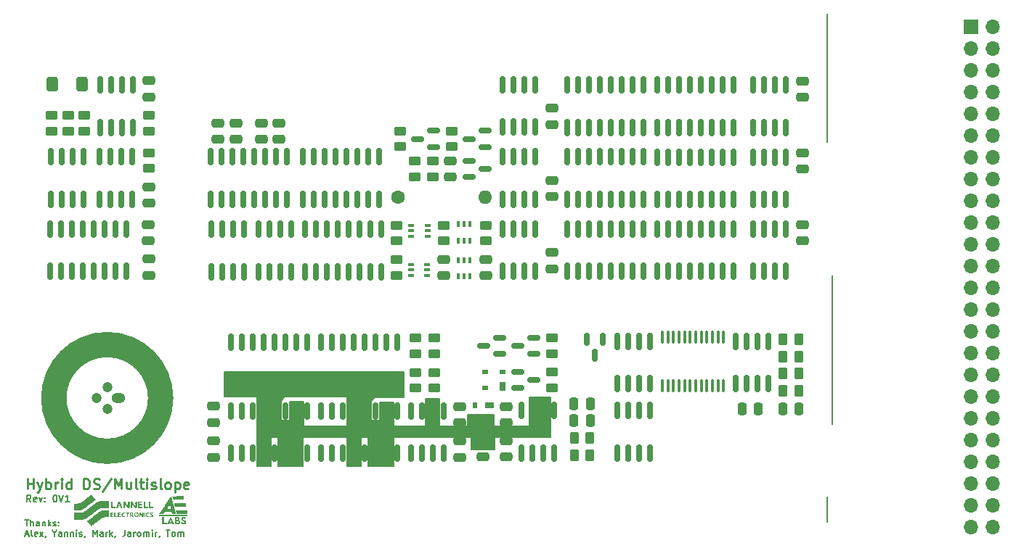
<source format=gbr>
%TF.GenerationSoftware,KiCad,Pcbnew,8.0.5-8.0.5-0~ubuntu24.04.1*%
%TF.CreationDate,2024-09-09T00:24:46+02:00*%
%TF.ProjectId,xMultislope-1v0,784d756c-7469-4736-9c6f-70652d317630,rev?*%
%TF.SameCoordinates,Original*%
%TF.FileFunction,Soldermask,Top*%
%TF.FilePolarity,Negative*%
%FSLAX46Y46*%
G04 Gerber Fmt 4.6, Leading zero omitted, Abs format (unit mm)*
G04 Created by KiCad (PCBNEW 8.0.5-8.0.5-0~ubuntu24.04.1) date 2024-09-09 00:24:46*
%MOMM*%
%LPD*%
G01*
G04 APERTURE LIST*
G04 Aperture macros list*
%AMRoundRect*
0 Rectangle with rounded corners*
0 $1 Rounding radius*
0 $2 $3 $4 $5 $6 $7 $8 $9 X,Y pos of 4 corners*
0 Add a 4 corners polygon primitive as box body*
4,1,4,$2,$3,$4,$5,$6,$7,$8,$9,$2,$3,0*
0 Add four circle primitives for the rounded corners*
1,1,$1+$1,$2,$3*
1,1,$1+$1,$4,$5*
1,1,$1+$1,$6,$7*
1,1,$1+$1,$8,$9*
0 Add four rect primitives between the rounded corners*
20,1,$1+$1,$2,$3,$4,$5,0*
20,1,$1+$1,$4,$5,$6,$7,0*
20,1,$1+$1,$6,$7,$8,$9,0*
20,1,$1+$1,$8,$9,$2,$3,0*%
G04 Aperture macros list end*
%ADD10C,0.200000*%
%ADD11C,0.150000*%
%ADD12C,3.000000*%
%ADD13C,0.250000*%
%ADD14C,0.000000*%
%ADD15RoundRect,0.250000X-0.475000X0.250000X-0.475000X-0.250000X0.475000X-0.250000X0.475000X0.250000X0*%
%ADD16RoundRect,0.250000X0.450000X-0.262500X0.450000X0.262500X-0.450000X0.262500X-0.450000X-0.262500X0*%
%ADD17RoundRect,0.150000X-0.587500X-0.150000X0.587500X-0.150000X0.587500X0.150000X-0.587500X0.150000X0*%
%ADD18RoundRect,0.100000X0.225000X0.100000X-0.225000X0.100000X-0.225000X-0.100000X0.225000X-0.100000X0*%
%ADD19RoundRect,0.100000X-0.100000X0.637500X-0.100000X-0.637500X0.100000X-0.637500X0.100000X0.637500X0*%
%ADD20O,1.600000X1.200000*%
%ADD21C,1.200000*%
%ADD22R,1.000000X0.700000*%
%ADD23R,0.600000X0.700000*%
%ADD24RoundRect,0.250000X-0.450000X0.262500X-0.450000X-0.262500X0.450000X-0.262500X0.450000X0.262500X0*%
%ADD25RoundRect,0.150000X-0.150000X0.825000X-0.150000X-0.825000X0.150000X-0.825000X0.150000X0.825000X0*%
%ADD26RoundRect,0.250000X0.475000X-0.250000X0.475000X0.250000X-0.475000X0.250000X-0.475000X-0.250000X0*%
%ADD27RoundRect,0.150000X-0.150000X0.587500X-0.150000X-0.587500X0.150000X-0.587500X0.150000X0.587500X0*%
%ADD28RoundRect,0.250000X-0.262500X-0.450000X0.262500X-0.450000X0.262500X0.450000X-0.262500X0.450000X0*%
%ADD29RoundRect,0.150000X0.150000X-0.825000X0.150000X0.825000X-0.150000X0.825000X-0.150000X-0.825000X0*%
%ADD30RoundRect,0.100000X0.100000X-0.225000X0.100000X0.225000X-0.100000X0.225000X-0.100000X-0.225000X0*%
%ADD31RoundRect,0.150000X0.587500X0.150000X-0.587500X0.150000X-0.587500X-0.150000X0.587500X-0.150000X0*%
%ADD32C,1.600000*%
%ADD33O,1.600000X1.600000*%
%ADD34RoundRect,0.250000X-0.400000X-0.600000X0.400000X-0.600000X0.400000X0.600000X-0.400000X0.600000X0*%
%ADD35RoundRect,0.250000X-0.250000X-0.475000X0.250000X-0.475000X0.250000X0.475000X-0.250000X0.475000X0*%
%ADD36RoundRect,0.250000X0.262500X0.450000X-0.262500X0.450000X-0.262500X-0.450000X0.262500X-0.450000X0*%
%ADD37RoundRect,0.250000X0.250000X0.475000X-0.250000X0.475000X-0.250000X-0.475000X0.250000X-0.475000X0*%
%ADD38R,0.700000X1.000000*%
%ADD39R,0.700000X0.600000*%
%ADD40R,1.700000X1.700000*%
%ADD41O,1.700000X1.700000*%
G04 APERTURE END LIST*
D10*
X132274614Y-96983961D02*
X142674614Y-96983961D01*
X142719614Y-99928961D01*
X139269614Y-99928961D01*
X138919614Y-100378961D01*
X138919614Y-102678961D01*
X139869614Y-102678961D01*
X139869614Y-100578961D01*
X141474614Y-100578961D01*
X141474614Y-103378961D01*
X145274614Y-103383961D01*
X145274614Y-100133961D01*
X146874614Y-100133961D01*
X146874614Y-103383961D01*
X150174614Y-103383961D01*
X150174614Y-101983961D01*
X153174614Y-101983961D01*
X153164614Y-103383961D01*
X157374614Y-103383961D01*
X157374614Y-99983961D01*
X159774614Y-99983961D01*
X159774614Y-104583961D01*
X153274614Y-104583961D01*
X153274614Y-106083961D01*
X150574614Y-106083961D01*
X150574614Y-104583961D01*
X141474614Y-104583961D01*
X141474614Y-107983961D01*
X138574614Y-107983961D01*
X138574614Y-104583961D01*
X137674614Y-104583961D01*
X137674614Y-107983961D01*
X136074614Y-107983961D01*
X136074614Y-104583961D01*
X130924614Y-104583961D01*
X130924614Y-107983961D01*
X128074614Y-107983961D01*
X128074614Y-104583961D01*
X127174614Y-104583961D01*
X127174614Y-107983961D01*
X125574614Y-107983961D01*
X125574614Y-100378961D01*
X128419614Y-100378961D01*
X128419614Y-102678961D01*
X129369614Y-102678961D01*
X129369614Y-100478961D01*
X130974614Y-100478961D01*
X130974614Y-103383961D01*
X136074614Y-103383961D01*
X136074614Y-99883961D01*
X132174614Y-99883961D01*
X132174614Y-99883816D01*
X128819614Y-99878961D01*
X128419614Y-100378961D01*
X125574614Y-100378961D01*
X125574614Y-99883961D01*
X121774614Y-99883961D01*
X121774614Y-96983961D01*
X132274614Y-96983961D01*
G36*
X132274614Y-96983961D02*
G01*
X142674614Y-96983961D01*
X142719614Y-99928961D01*
X139269614Y-99928961D01*
X138919614Y-100378961D01*
X138919614Y-102678961D01*
X139869614Y-102678961D01*
X139869614Y-100578961D01*
X141474614Y-100578961D01*
X141474614Y-103378961D01*
X145274614Y-103383961D01*
X145274614Y-100133961D01*
X146874614Y-100133961D01*
X146874614Y-103383961D01*
X150174614Y-103383961D01*
X150174614Y-101983961D01*
X153174614Y-101983961D01*
X153164614Y-103383961D01*
X157374614Y-103383961D01*
X157374614Y-99983961D01*
X159774614Y-99983961D01*
X159774614Y-104583961D01*
X153274614Y-104583961D01*
X153274614Y-106083961D01*
X150574614Y-106083961D01*
X150574614Y-104583961D01*
X141474614Y-104583961D01*
X141474614Y-107983961D01*
X138574614Y-107983961D01*
X138574614Y-104583961D01*
X137674614Y-104583961D01*
X137674614Y-107983961D01*
X136074614Y-107983961D01*
X136074614Y-104583961D01*
X130924614Y-104583961D01*
X130924614Y-107983961D01*
X128074614Y-107983961D01*
X128074614Y-104583961D01*
X127174614Y-104583961D01*
X127174614Y-107983961D01*
X125574614Y-107983961D01*
X125574614Y-100378961D01*
X128419614Y-100378961D01*
X128419614Y-102678961D01*
X129369614Y-102678961D01*
X129369614Y-100478961D01*
X130974614Y-100478961D01*
X130974614Y-103383961D01*
X136074614Y-103383961D01*
X136074614Y-99883961D01*
X132174614Y-99883961D01*
X132174614Y-99883816D01*
X128819614Y-99878961D01*
X128419614Y-100378961D01*
X125574614Y-100378961D01*
X125574614Y-99883961D01*
X121774614Y-99883961D01*
X121774614Y-96983961D01*
X132274614Y-96983961D01*
G37*
D11*
X192083414Y-111528961D02*
X192083414Y-114528961D01*
D12*
X114352845Y-100029783D02*
G75*
G02*
X101888227Y-100029783I-6232309J0D01*
G01*
X101888227Y-100029783D02*
G75*
G02*
X114352845Y-100029783I6232309J0D01*
G01*
D11*
X192683414Y-103128961D02*
X192683414Y-85728961D01*
X192083414Y-55128961D02*
X192083414Y-70128961D01*
D10*
X99219197Y-112166695D02*
X98952530Y-111785742D01*
X98762054Y-112166695D02*
X98762054Y-111366695D01*
X98762054Y-111366695D02*
X99066816Y-111366695D01*
X99066816Y-111366695D02*
X99143006Y-111404790D01*
X99143006Y-111404790D02*
X99181101Y-111442885D01*
X99181101Y-111442885D02*
X99219197Y-111519076D01*
X99219197Y-111519076D02*
X99219197Y-111633361D01*
X99219197Y-111633361D02*
X99181101Y-111709552D01*
X99181101Y-111709552D02*
X99143006Y-111747647D01*
X99143006Y-111747647D02*
X99066816Y-111785742D01*
X99066816Y-111785742D02*
X98762054Y-111785742D01*
X99866816Y-112128600D02*
X99790625Y-112166695D01*
X99790625Y-112166695D02*
X99638244Y-112166695D01*
X99638244Y-112166695D02*
X99562054Y-112128600D01*
X99562054Y-112128600D02*
X99523958Y-112052409D01*
X99523958Y-112052409D02*
X99523958Y-111747647D01*
X99523958Y-111747647D02*
X99562054Y-111671457D01*
X99562054Y-111671457D02*
X99638244Y-111633361D01*
X99638244Y-111633361D02*
X99790625Y-111633361D01*
X99790625Y-111633361D02*
X99866816Y-111671457D01*
X99866816Y-111671457D02*
X99904911Y-111747647D01*
X99904911Y-111747647D02*
X99904911Y-111823838D01*
X99904911Y-111823838D02*
X99523958Y-111900028D01*
X100171577Y-111633361D02*
X100362053Y-112166695D01*
X100362053Y-112166695D02*
X100552530Y-111633361D01*
X100857292Y-112090504D02*
X100895387Y-112128600D01*
X100895387Y-112128600D02*
X100857292Y-112166695D01*
X100857292Y-112166695D02*
X100819196Y-112128600D01*
X100819196Y-112128600D02*
X100857292Y-112090504D01*
X100857292Y-112090504D02*
X100857292Y-112166695D01*
X100857292Y-111671457D02*
X100895387Y-111709552D01*
X100895387Y-111709552D02*
X100857292Y-111747647D01*
X100857292Y-111747647D02*
X100819196Y-111709552D01*
X100819196Y-111709552D02*
X100857292Y-111671457D01*
X100857292Y-111671457D02*
X100857292Y-111747647D01*
X102000149Y-111366695D02*
X102076339Y-111366695D01*
X102076339Y-111366695D02*
X102152530Y-111404790D01*
X102152530Y-111404790D02*
X102190625Y-111442885D01*
X102190625Y-111442885D02*
X102228720Y-111519076D01*
X102228720Y-111519076D02*
X102266815Y-111671457D01*
X102266815Y-111671457D02*
X102266815Y-111861933D01*
X102266815Y-111861933D02*
X102228720Y-112014314D01*
X102228720Y-112014314D02*
X102190625Y-112090504D01*
X102190625Y-112090504D02*
X102152530Y-112128600D01*
X102152530Y-112128600D02*
X102076339Y-112166695D01*
X102076339Y-112166695D02*
X102000149Y-112166695D01*
X102000149Y-112166695D02*
X101923958Y-112128600D01*
X101923958Y-112128600D02*
X101885863Y-112090504D01*
X101885863Y-112090504D02*
X101847768Y-112014314D01*
X101847768Y-112014314D02*
X101809672Y-111861933D01*
X101809672Y-111861933D02*
X101809672Y-111671457D01*
X101809672Y-111671457D02*
X101847768Y-111519076D01*
X101847768Y-111519076D02*
X101885863Y-111442885D01*
X101885863Y-111442885D02*
X101923958Y-111404790D01*
X101923958Y-111404790D02*
X102000149Y-111366695D01*
X102495387Y-111366695D02*
X102762054Y-112166695D01*
X102762054Y-112166695D02*
X103028720Y-111366695D01*
X103714434Y-112166695D02*
X103257291Y-112166695D01*
X103485863Y-112166695D02*
X103485863Y-111366695D01*
X103485863Y-111366695D02*
X103409672Y-111480980D01*
X103409672Y-111480980D02*
X103333482Y-111557171D01*
X103333482Y-111557171D02*
X103257291Y-111595266D01*
D13*
X98815187Y-110665142D02*
X98815187Y-109465142D01*
X98815187Y-110036571D02*
X99500901Y-110036571D01*
X99500901Y-110665142D02*
X99500901Y-109465142D01*
X99958044Y-109865142D02*
X100243758Y-110665142D01*
X100529473Y-109865142D02*
X100243758Y-110665142D01*
X100243758Y-110665142D02*
X100129473Y-110950857D01*
X100129473Y-110950857D02*
X100072330Y-111008000D01*
X100072330Y-111008000D02*
X99958044Y-111065142D01*
X100986616Y-110665142D02*
X100986616Y-109465142D01*
X100986616Y-109922285D02*
X101100902Y-109865142D01*
X101100902Y-109865142D02*
X101329473Y-109865142D01*
X101329473Y-109865142D02*
X101443759Y-109922285D01*
X101443759Y-109922285D02*
X101500902Y-109979428D01*
X101500902Y-109979428D02*
X101558044Y-110093714D01*
X101558044Y-110093714D02*
X101558044Y-110436571D01*
X101558044Y-110436571D02*
X101500902Y-110550857D01*
X101500902Y-110550857D02*
X101443759Y-110608000D01*
X101443759Y-110608000D02*
X101329473Y-110665142D01*
X101329473Y-110665142D02*
X101100902Y-110665142D01*
X101100902Y-110665142D02*
X100986616Y-110608000D01*
X102072330Y-110665142D02*
X102072330Y-109865142D01*
X102072330Y-110093714D02*
X102129473Y-109979428D01*
X102129473Y-109979428D02*
X102186616Y-109922285D01*
X102186616Y-109922285D02*
X102300901Y-109865142D01*
X102300901Y-109865142D02*
X102415187Y-109865142D01*
X102815187Y-110665142D02*
X102815187Y-109865142D01*
X102815187Y-109465142D02*
X102758044Y-109522285D01*
X102758044Y-109522285D02*
X102815187Y-109579428D01*
X102815187Y-109579428D02*
X102872330Y-109522285D01*
X102872330Y-109522285D02*
X102815187Y-109465142D01*
X102815187Y-109465142D02*
X102815187Y-109579428D01*
X103900902Y-110665142D02*
X103900902Y-109465142D01*
X103900902Y-110608000D02*
X103786616Y-110665142D01*
X103786616Y-110665142D02*
X103558044Y-110665142D01*
X103558044Y-110665142D02*
X103443759Y-110608000D01*
X103443759Y-110608000D02*
X103386616Y-110550857D01*
X103386616Y-110550857D02*
X103329473Y-110436571D01*
X103329473Y-110436571D02*
X103329473Y-110093714D01*
X103329473Y-110093714D02*
X103386616Y-109979428D01*
X103386616Y-109979428D02*
X103443759Y-109922285D01*
X103443759Y-109922285D02*
X103558044Y-109865142D01*
X103558044Y-109865142D02*
X103786616Y-109865142D01*
X103786616Y-109865142D02*
X103900902Y-109922285D01*
X105386616Y-110665142D02*
X105386616Y-109465142D01*
X105386616Y-109465142D02*
X105672330Y-109465142D01*
X105672330Y-109465142D02*
X105843759Y-109522285D01*
X105843759Y-109522285D02*
X105958044Y-109636571D01*
X105958044Y-109636571D02*
X106015187Y-109750857D01*
X106015187Y-109750857D02*
X106072330Y-109979428D01*
X106072330Y-109979428D02*
X106072330Y-110150857D01*
X106072330Y-110150857D02*
X106015187Y-110379428D01*
X106015187Y-110379428D02*
X105958044Y-110493714D01*
X105958044Y-110493714D02*
X105843759Y-110608000D01*
X105843759Y-110608000D02*
X105672330Y-110665142D01*
X105672330Y-110665142D02*
X105386616Y-110665142D01*
X106529473Y-110608000D02*
X106700902Y-110665142D01*
X106700902Y-110665142D02*
X106986616Y-110665142D01*
X106986616Y-110665142D02*
X107100902Y-110608000D01*
X107100902Y-110608000D02*
X107158044Y-110550857D01*
X107158044Y-110550857D02*
X107215187Y-110436571D01*
X107215187Y-110436571D02*
X107215187Y-110322285D01*
X107215187Y-110322285D02*
X107158044Y-110208000D01*
X107158044Y-110208000D02*
X107100902Y-110150857D01*
X107100902Y-110150857D02*
X106986616Y-110093714D01*
X106986616Y-110093714D02*
X106758044Y-110036571D01*
X106758044Y-110036571D02*
X106643759Y-109979428D01*
X106643759Y-109979428D02*
X106586616Y-109922285D01*
X106586616Y-109922285D02*
X106529473Y-109808000D01*
X106529473Y-109808000D02*
X106529473Y-109693714D01*
X106529473Y-109693714D02*
X106586616Y-109579428D01*
X106586616Y-109579428D02*
X106643759Y-109522285D01*
X106643759Y-109522285D02*
X106758044Y-109465142D01*
X106758044Y-109465142D02*
X107043759Y-109465142D01*
X107043759Y-109465142D02*
X107215187Y-109522285D01*
X108586616Y-109408000D02*
X107558044Y-110950857D01*
X108986616Y-110665142D02*
X108986616Y-109465142D01*
X108986616Y-109465142D02*
X109386616Y-110322285D01*
X109386616Y-110322285D02*
X109786616Y-109465142D01*
X109786616Y-109465142D02*
X109786616Y-110665142D01*
X110872331Y-109865142D02*
X110872331Y-110665142D01*
X110358045Y-109865142D02*
X110358045Y-110493714D01*
X110358045Y-110493714D02*
X110415188Y-110608000D01*
X110415188Y-110608000D02*
X110529473Y-110665142D01*
X110529473Y-110665142D02*
X110700902Y-110665142D01*
X110700902Y-110665142D02*
X110815188Y-110608000D01*
X110815188Y-110608000D02*
X110872331Y-110550857D01*
X111615187Y-110665142D02*
X111500902Y-110608000D01*
X111500902Y-110608000D02*
X111443759Y-110493714D01*
X111443759Y-110493714D02*
X111443759Y-109465142D01*
X111900901Y-109865142D02*
X112358044Y-109865142D01*
X112072330Y-109465142D02*
X112072330Y-110493714D01*
X112072330Y-110493714D02*
X112129473Y-110608000D01*
X112129473Y-110608000D02*
X112243758Y-110665142D01*
X112243758Y-110665142D02*
X112358044Y-110665142D01*
X112758044Y-110665142D02*
X112758044Y-109865142D01*
X112758044Y-109465142D02*
X112700901Y-109522285D01*
X112700901Y-109522285D02*
X112758044Y-109579428D01*
X112758044Y-109579428D02*
X112815187Y-109522285D01*
X112815187Y-109522285D02*
X112758044Y-109465142D01*
X112758044Y-109465142D02*
X112758044Y-109579428D01*
X113272330Y-110608000D02*
X113386616Y-110665142D01*
X113386616Y-110665142D02*
X113615187Y-110665142D01*
X113615187Y-110665142D02*
X113729473Y-110608000D01*
X113729473Y-110608000D02*
X113786616Y-110493714D01*
X113786616Y-110493714D02*
X113786616Y-110436571D01*
X113786616Y-110436571D02*
X113729473Y-110322285D01*
X113729473Y-110322285D02*
X113615187Y-110265142D01*
X113615187Y-110265142D02*
X113443759Y-110265142D01*
X113443759Y-110265142D02*
X113329473Y-110208000D01*
X113329473Y-110208000D02*
X113272330Y-110093714D01*
X113272330Y-110093714D02*
X113272330Y-110036571D01*
X113272330Y-110036571D02*
X113329473Y-109922285D01*
X113329473Y-109922285D02*
X113443759Y-109865142D01*
X113443759Y-109865142D02*
X113615187Y-109865142D01*
X113615187Y-109865142D02*
X113729473Y-109922285D01*
X114472330Y-110665142D02*
X114358045Y-110608000D01*
X114358045Y-110608000D02*
X114300902Y-110493714D01*
X114300902Y-110493714D02*
X114300902Y-109465142D01*
X115100901Y-110665142D02*
X114986616Y-110608000D01*
X114986616Y-110608000D02*
X114929473Y-110550857D01*
X114929473Y-110550857D02*
X114872330Y-110436571D01*
X114872330Y-110436571D02*
X114872330Y-110093714D01*
X114872330Y-110093714D02*
X114929473Y-109979428D01*
X114929473Y-109979428D02*
X114986616Y-109922285D01*
X114986616Y-109922285D02*
X115100901Y-109865142D01*
X115100901Y-109865142D02*
X115272330Y-109865142D01*
X115272330Y-109865142D02*
X115386616Y-109922285D01*
X115386616Y-109922285D02*
X115443759Y-109979428D01*
X115443759Y-109979428D02*
X115500901Y-110093714D01*
X115500901Y-110093714D02*
X115500901Y-110436571D01*
X115500901Y-110436571D02*
X115443759Y-110550857D01*
X115443759Y-110550857D02*
X115386616Y-110608000D01*
X115386616Y-110608000D02*
X115272330Y-110665142D01*
X115272330Y-110665142D02*
X115100901Y-110665142D01*
X116015187Y-109865142D02*
X116015187Y-111065142D01*
X116015187Y-109922285D02*
X116129473Y-109865142D01*
X116129473Y-109865142D02*
X116358044Y-109865142D01*
X116358044Y-109865142D02*
X116472330Y-109922285D01*
X116472330Y-109922285D02*
X116529473Y-109979428D01*
X116529473Y-109979428D02*
X116586615Y-110093714D01*
X116586615Y-110093714D02*
X116586615Y-110436571D01*
X116586615Y-110436571D02*
X116529473Y-110550857D01*
X116529473Y-110550857D02*
X116472330Y-110608000D01*
X116472330Y-110608000D02*
X116358044Y-110665142D01*
X116358044Y-110665142D02*
X116129473Y-110665142D01*
X116129473Y-110665142D02*
X116015187Y-110608000D01*
X117558044Y-110608000D02*
X117443758Y-110665142D01*
X117443758Y-110665142D02*
X117215187Y-110665142D01*
X117215187Y-110665142D02*
X117100901Y-110608000D01*
X117100901Y-110608000D02*
X117043758Y-110493714D01*
X117043758Y-110493714D02*
X117043758Y-110036571D01*
X117043758Y-110036571D02*
X117100901Y-109922285D01*
X117100901Y-109922285D02*
X117215187Y-109865142D01*
X117215187Y-109865142D02*
X117443758Y-109865142D01*
X117443758Y-109865142D02*
X117558044Y-109922285D01*
X117558044Y-109922285D02*
X117615187Y-110036571D01*
X117615187Y-110036571D02*
X117615187Y-110150857D01*
X117615187Y-110150857D02*
X117043758Y-110265142D01*
D11*
X98539726Y-114231917D02*
X98968298Y-114231917D01*
X98754012Y-114981917D02*
X98754012Y-114231917D01*
X99218298Y-114981917D02*
X99218298Y-114231917D01*
X99539727Y-114981917D02*
X99539727Y-114589060D01*
X99539727Y-114589060D02*
X99504012Y-114517631D01*
X99504012Y-114517631D02*
X99432584Y-114481917D01*
X99432584Y-114481917D02*
X99325441Y-114481917D01*
X99325441Y-114481917D02*
X99254012Y-114517631D01*
X99254012Y-114517631D02*
X99218298Y-114553345D01*
X100218298Y-114981917D02*
X100218298Y-114589060D01*
X100218298Y-114589060D02*
X100182583Y-114517631D01*
X100182583Y-114517631D02*
X100111155Y-114481917D01*
X100111155Y-114481917D02*
X99968298Y-114481917D01*
X99968298Y-114481917D02*
X99896869Y-114517631D01*
X100218298Y-114946203D02*
X100146869Y-114981917D01*
X100146869Y-114981917D02*
X99968298Y-114981917D01*
X99968298Y-114981917D02*
X99896869Y-114946203D01*
X99896869Y-114946203D02*
X99861155Y-114874774D01*
X99861155Y-114874774D02*
X99861155Y-114803345D01*
X99861155Y-114803345D02*
X99896869Y-114731917D01*
X99896869Y-114731917D02*
X99968298Y-114696203D01*
X99968298Y-114696203D02*
X100146869Y-114696203D01*
X100146869Y-114696203D02*
X100218298Y-114660488D01*
X100575440Y-114481917D02*
X100575440Y-114981917D01*
X100575440Y-114553345D02*
X100611154Y-114517631D01*
X100611154Y-114517631D02*
X100682583Y-114481917D01*
X100682583Y-114481917D02*
X100789726Y-114481917D01*
X100789726Y-114481917D02*
X100861154Y-114517631D01*
X100861154Y-114517631D02*
X100896869Y-114589060D01*
X100896869Y-114589060D02*
X100896869Y-114981917D01*
X101254011Y-114981917D02*
X101254011Y-114231917D01*
X101325440Y-114696203D02*
X101539725Y-114981917D01*
X101539725Y-114481917D02*
X101254011Y-114767631D01*
X101825440Y-114946203D02*
X101896868Y-114981917D01*
X101896868Y-114981917D02*
X102039725Y-114981917D01*
X102039725Y-114981917D02*
X102111154Y-114946203D01*
X102111154Y-114946203D02*
X102146868Y-114874774D01*
X102146868Y-114874774D02*
X102146868Y-114839060D01*
X102146868Y-114839060D02*
X102111154Y-114767631D01*
X102111154Y-114767631D02*
X102039725Y-114731917D01*
X102039725Y-114731917D02*
X101932583Y-114731917D01*
X101932583Y-114731917D02*
X101861154Y-114696203D01*
X101861154Y-114696203D02*
X101825440Y-114624774D01*
X101825440Y-114624774D02*
X101825440Y-114589060D01*
X101825440Y-114589060D02*
X101861154Y-114517631D01*
X101861154Y-114517631D02*
X101932583Y-114481917D01*
X101932583Y-114481917D02*
X102039725Y-114481917D01*
X102039725Y-114481917D02*
X102111154Y-114517631D01*
X102468297Y-114910488D02*
X102504011Y-114946203D01*
X102504011Y-114946203D02*
X102468297Y-114981917D01*
X102468297Y-114981917D02*
X102432583Y-114946203D01*
X102432583Y-114946203D02*
X102468297Y-114910488D01*
X102468297Y-114910488D02*
X102468297Y-114981917D01*
X102468297Y-114517631D02*
X102504011Y-114553345D01*
X102504011Y-114553345D02*
X102468297Y-114589060D01*
X102468297Y-114589060D02*
X102432583Y-114553345D01*
X102432583Y-114553345D02*
X102468297Y-114517631D01*
X102468297Y-114517631D02*
X102468297Y-114589060D01*
X98611155Y-115975089D02*
X98968298Y-115975089D01*
X98539726Y-116189375D02*
X98789726Y-115439375D01*
X98789726Y-115439375D02*
X99039726Y-116189375D01*
X99396869Y-116189375D02*
X99325440Y-116153661D01*
X99325440Y-116153661D02*
X99289726Y-116082232D01*
X99289726Y-116082232D02*
X99289726Y-115439375D01*
X99968297Y-116153661D02*
X99896869Y-116189375D01*
X99896869Y-116189375D02*
X99754012Y-116189375D01*
X99754012Y-116189375D02*
X99682583Y-116153661D01*
X99682583Y-116153661D02*
X99646869Y-116082232D01*
X99646869Y-116082232D02*
X99646869Y-115796518D01*
X99646869Y-115796518D02*
X99682583Y-115725089D01*
X99682583Y-115725089D02*
X99754012Y-115689375D01*
X99754012Y-115689375D02*
X99896869Y-115689375D01*
X99896869Y-115689375D02*
X99968297Y-115725089D01*
X99968297Y-115725089D02*
X100004012Y-115796518D01*
X100004012Y-115796518D02*
X100004012Y-115867946D01*
X100004012Y-115867946D02*
X99646869Y-115939375D01*
X100254011Y-116189375D02*
X100646869Y-115689375D01*
X100254011Y-115689375D02*
X100646869Y-116189375D01*
X100968297Y-116153661D02*
X100968297Y-116189375D01*
X100968297Y-116189375D02*
X100932583Y-116260803D01*
X100932583Y-116260803D02*
X100896869Y-116296518D01*
X102004012Y-115832232D02*
X102004012Y-116189375D01*
X101754012Y-115439375D02*
X102004012Y-115832232D01*
X102004012Y-115832232D02*
X102254012Y-115439375D01*
X102825441Y-116189375D02*
X102825441Y-115796518D01*
X102825441Y-115796518D02*
X102789726Y-115725089D01*
X102789726Y-115725089D02*
X102718298Y-115689375D01*
X102718298Y-115689375D02*
X102575441Y-115689375D01*
X102575441Y-115689375D02*
X102504012Y-115725089D01*
X102825441Y-116153661D02*
X102754012Y-116189375D01*
X102754012Y-116189375D02*
X102575441Y-116189375D01*
X102575441Y-116189375D02*
X102504012Y-116153661D01*
X102504012Y-116153661D02*
X102468298Y-116082232D01*
X102468298Y-116082232D02*
X102468298Y-116010803D01*
X102468298Y-116010803D02*
X102504012Y-115939375D01*
X102504012Y-115939375D02*
X102575441Y-115903661D01*
X102575441Y-115903661D02*
X102754012Y-115903661D01*
X102754012Y-115903661D02*
X102825441Y-115867946D01*
X103182583Y-115689375D02*
X103182583Y-116189375D01*
X103182583Y-115760803D02*
X103218297Y-115725089D01*
X103218297Y-115725089D02*
X103289726Y-115689375D01*
X103289726Y-115689375D02*
X103396869Y-115689375D01*
X103396869Y-115689375D02*
X103468297Y-115725089D01*
X103468297Y-115725089D02*
X103504012Y-115796518D01*
X103504012Y-115796518D02*
X103504012Y-116189375D01*
X103861154Y-115689375D02*
X103861154Y-116189375D01*
X103861154Y-115760803D02*
X103896868Y-115725089D01*
X103896868Y-115725089D02*
X103968297Y-115689375D01*
X103968297Y-115689375D02*
X104075440Y-115689375D01*
X104075440Y-115689375D02*
X104146868Y-115725089D01*
X104146868Y-115725089D02*
X104182583Y-115796518D01*
X104182583Y-115796518D02*
X104182583Y-116189375D01*
X104539725Y-116189375D02*
X104539725Y-115689375D01*
X104539725Y-115439375D02*
X104504011Y-115475089D01*
X104504011Y-115475089D02*
X104539725Y-115510803D01*
X104539725Y-115510803D02*
X104575439Y-115475089D01*
X104575439Y-115475089D02*
X104539725Y-115439375D01*
X104539725Y-115439375D02*
X104539725Y-115510803D01*
X104861154Y-116153661D02*
X104932582Y-116189375D01*
X104932582Y-116189375D02*
X105075439Y-116189375D01*
X105075439Y-116189375D02*
X105146868Y-116153661D01*
X105146868Y-116153661D02*
X105182582Y-116082232D01*
X105182582Y-116082232D02*
X105182582Y-116046518D01*
X105182582Y-116046518D02*
X105146868Y-115975089D01*
X105146868Y-115975089D02*
X105075439Y-115939375D01*
X105075439Y-115939375D02*
X104968297Y-115939375D01*
X104968297Y-115939375D02*
X104896868Y-115903661D01*
X104896868Y-115903661D02*
X104861154Y-115832232D01*
X104861154Y-115832232D02*
X104861154Y-115796518D01*
X104861154Y-115796518D02*
X104896868Y-115725089D01*
X104896868Y-115725089D02*
X104968297Y-115689375D01*
X104968297Y-115689375D02*
X105075439Y-115689375D01*
X105075439Y-115689375D02*
X105146868Y-115725089D01*
X105539725Y-116153661D02*
X105539725Y-116189375D01*
X105539725Y-116189375D02*
X105504011Y-116260803D01*
X105504011Y-116260803D02*
X105468297Y-116296518D01*
X106432583Y-116189375D02*
X106432583Y-115439375D01*
X106432583Y-115439375D02*
X106682583Y-115975089D01*
X106682583Y-115975089D02*
X106932583Y-115439375D01*
X106932583Y-115439375D02*
X106932583Y-116189375D01*
X107611155Y-116189375D02*
X107611155Y-115796518D01*
X107611155Y-115796518D02*
X107575440Y-115725089D01*
X107575440Y-115725089D02*
X107504012Y-115689375D01*
X107504012Y-115689375D02*
X107361155Y-115689375D01*
X107361155Y-115689375D02*
X107289726Y-115725089D01*
X107611155Y-116153661D02*
X107539726Y-116189375D01*
X107539726Y-116189375D02*
X107361155Y-116189375D01*
X107361155Y-116189375D02*
X107289726Y-116153661D01*
X107289726Y-116153661D02*
X107254012Y-116082232D01*
X107254012Y-116082232D02*
X107254012Y-116010803D01*
X107254012Y-116010803D02*
X107289726Y-115939375D01*
X107289726Y-115939375D02*
X107361155Y-115903661D01*
X107361155Y-115903661D02*
X107539726Y-115903661D01*
X107539726Y-115903661D02*
X107611155Y-115867946D01*
X107968297Y-116189375D02*
X107968297Y-115689375D01*
X107968297Y-115832232D02*
X108004011Y-115760803D01*
X108004011Y-115760803D02*
X108039726Y-115725089D01*
X108039726Y-115725089D02*
X108111154Y-115689375D01*
X108111154Y-115689375D02*
X108182583Y-115689375D01*
X108432583Y-116189375D02*
X108432583Y-115439375D01*
X108504012Y-115903661D02*
X108718297Y-116189375D01*
X108718297Y-115689375D02*
X108432583Y-115975089D01*
X109075440Y-116153661D02*
X109075440Y-116189375D01*
X109075440Y-116189375D02*
X109039726Y-116260803D01*
X109039726Y-116260803D02*
X109004012Y-116296518D01*
X110182584Y-115439375D02*
X110182584Y-115975089D01*
X110182584Y-115975089D02*
X110146869Y-116082232D01*
X110146869Y-116082232D02*
X110075441Y-116153661D01*
X110075441Y-116153661D02*
X109968298Y-116189375D01*
X109968298Y-116189375D02*
X109896869Y-116189375D01*
X110861156Y-116189375D02*
X110861156Y-115796518D01*
X110861156Y-115796518D02*
X110825441Y-115725089D01*
X110825441Y-115725089D02*
X110754013Y-115689375D01*
X110754013Y-115689375D02*
X110611156Y-115689375D01*
X110611156Y-115689375D02*
X110539727Y-115725089D01*
X110861156Y-116153661D02*
X110789727Y-116189375D01*
X110789727Y-116189375D02*
X110611156Y-116189375D01*
X110611156Y-116189375D02*
X110539727Y-116153661D01*
X110539727Y-116153661D02*
X110504013Y-116082232D01*
X110504013Y-116082232D02*
X110504013Y-116010803D01*
X110504013Y-116010803D02*
X110539727Y-115939375D01*
X110539727Y-115939375D02*
X110611156Y-115903661D01*
X110611156Y-115903661D02*
X110789727Y-115903661D01*
X110789727Y-115903661D02*
X110861156Y-115867946D01*
X111218298Y-116189375D02*
X111218298Y-115689375D01*
X111218298Y-115832232D02*
X111254012Y-115760803D01*
X111254012Y-115760803D02*
X111289727Y-115725089D01*
X111289727Y-115725089D02*
X111361155Y-115689375D01*
X111361155Y-115689375D02*
X111432584Y-115689375D01*
X111789727Y-116189375D02*
X111718298Y-116153661D01*
X111718298Y-116153661D02*
X111682584Y-116117946D01*
X111682584Y-116117946D02*
X111646870Y-116046518D01*
X111646870Y-116046518D02*
X111646870Y-115832232D01*
X111646870Y-115832232D02*
X111682584Y-115760803D01*
X111682584Y-115760803D02*
X111718298Y-115725089D01*
X111718298Y-115725089D02*
X111789727Y-115689375D01*
X111789727Y-115689375D02*
X111896870Y-115689375D01*
X111896870Y-115689375D02*
X111968298Y-115725089D01*
X111968298Y-115725089D02*
X112004013Y-115760803D01*
X112004013Y-115760803D02*
X112039727Y-115832232D01*
X112039727Y-115832232D02*
X112039727Y-116046518D01*
X112039727Y-116046518D02*
X112004013Y-116117946D01*
X112004013Y-116117946D02*
X111968298Y-116153661D01*
X111968298Y-116153661D02*
X111896870Y-116189375D01*
X111896870Y-116189375D02*
X111789727Y-116189375D01*
X112361155Y-116189375D02*
X112361155Y-115689375D01*
X112361155Y-115760803D02*
X112396869Y-115725089D01*
X112396869Y-115725089D02*
X112468298Y-115689375D01*
X112468298Y-115689375D02*
X112575441Y-115689375D01*
X112575441Y-115689375D02*
X112646869Y-115725089D01*
X112646869Y-115725089D02*
X112682584Y-115796518D01*
X112682584Y-115796518D02*
X112682584Y-116189375D01*
X112682584Y-115796518D02*
X112718298Y-115725089D01*
X112718298Y-115725089D02*
X112789726Y-115689375D01*
X112789726Y-115689375D02*
X112896869Y-115689375D01*
X112896869Y-115689375D02*
X112968298Y-115725089D01*
X112968298Y-115725089D02*
X113004012Y-115796518D01*
X113004012Y-115796518D02*
X113004012Y-116189375D01*
X113361155Y-116189375D02*
X113361155Y-115689375D01*
X113361155Y-115439375D02*
X113325441Y-115475089D01*
X113325441Y-115475089D02*
X113361155Y-115510803D01*
X113361155Y-115510803D02*
X113396869Y-115475089D01*
X113396869Y-115475089D02*
X113361155Y-115439375D01*
X113361155Y-115439375D02*
X113361155Y-115510803D01*
X113718298Y-116189375D02*
X113718298Y-115689375D01*
X113718298Y-115832232D02*
X113754012Y-115760803D01*
X113754012Y-115760803D02*
X113789727Y-115725089D01*
X113789727Y-115725089D02*
X113861155Y-115689375D01*
X113861155Y-115689375D02*
X113932584Y-115689375D01*
X114218298Y-116153661D02*
X114218298Y-116189375D01*
X114218298Y-116189375D02*
X114182584Y-116260803D01*
X114182584Y-116260803D02*
X114146870Y-116296518D01*
X115004013Y-115439375D02*
X115432585Y-115439375D01*
X115218299Y-116189375D02*
X115218299Y-115439375D01*
X115789728Y-116189375D02*
X115718299Y-116153661D01*
X115718299Y-116153661D02*
X115682585Y-116117946D01*
X115682585Y-116117946D02*
X115646871Y-116046518D01*
X115646871Y-116046518D02*
X115646871Y-115832232D01*
X115646871Y-115832232D02*
X115682585Y-115760803D01*
X115682585Y-115760803D02*
X115718299Y-115725089D01*
X115718299Y-115725089D02*
X115789728Y-115689375D01*
X115789728Y-115689375D02*
X115896871Y-115689375D01*
X115896871Y-115689375D02*
X115968299Y-115725089D01*
X115968299Y-115725089D02*
X116004014Y-115760803D01*
X116004014Y-115760803D02*
X116039728Y-115832232D01*
X116039728Y-115832232D02*
X116039728Y-116046518D01*
X116039728Y-116046518D02*
X116004014Y-116117946D01*
X116004014Y-116117946D02*
X115968299Y-116153661D01*
X115968299Y-116153661D02*
X115896871Y-116189375D01*
X115896871Y-116189375D02*
X115789728Y-116189375D01*
X116361156Y-116189375D02*
X116361156Y-115689375D01*
X116361156Y-115760803D02*
X116396870Y-115725089D01*
X116396870Y-115725089D02*
X116468299Y-115689375D01*
X116468299Y-115689375D02*
X116575442Y-115689375D01*
X116575442Y-115689375D02*
X116646870Y-115725089D01*
X116646870Y-115725089D02*
X116682585Y-115796518D01*
X116682585Y-115796518D02*
X116682585Y-116189375D01*
X116682585Y-115796518D02*
X116718299Y-115725089D01*
X116718299Y-115725089D02*
X116789727Y-115689375D01*
X116789727Y-115689375D02*
X116896870Y-115689375D01*
X116896870Y-115689375D02*
X116968299Y-115725089D01*
X116968299Y-115725089D02*
X117004013Y-115796518D01*
X117004013Y-115796518D02*
X117004013Y-116189375D01*
D14*
%TO.C,G\u002A\u002A\u002A*%
G36*
X117460900Y-113750067D02*
G01*
X117460900Y-113818647D01*
X115819286Y-113818647D01*
X114177673Y-113818647D01*
X114177673Y-113750067D01*
X114177673Y-113681488D01*
X115819286Y-113681488D01*
X117460900Y-113681488D01*
X117460900Y-113750067D01*
G37*
G36*
X114717734Y-114272983D02*
G01*
X114717734Y-114607307D01*
X114897754Y-114607307D01*
X115077774Y-114607307D01*
X115077774Y-114693031D01*
X115077774Y-114778755D01*
X114807744Y-114778755D01*
X114537714Y-114778755D01*
X114537714Y-114358707D01*
X114537714Y-113938660D01*
X114627724Y-113938660D01*
X114717734Y-113938660D01*
X114717734Y-114272983D01*
G37*
G36*
X117280879Y-112554219D02*
G01*
X117280879Y-112755670D01*
X116651139Y-112755670D01*
X116021398Y-112755670D01*
X116012930Y-112723523D01*
X116008264Y-112705389D01*
X116000241Y-112673751D01*
X115989651Y-112631745D01*
X115977282Y-112582502D01*
X115963926Y-112529156D01*
X115962155Y-112522072D01*
X115919850Y-112352767D01*
X116600365Y-112352767D01*
X117280879Y-112352767D01*
X117280879Y-112554219D01*
G37*
G36*
X117023708Y-111714124D02*
G01*
X117023708Y-111915575D01*
X116416135Y-111915575D01*
X115808562Y-111915575D01*
X115760347Y-111722829D01*
X115746621Y-111667599D01*
X115734416Y-111617793D01*
X115724318Y-111575864D01*
X115716913Y-111544262D01*
X115712789Y-111525441D01*
X115712131Y-111521378D01*
X115720596Y-111519506D01*
X115746005Y-111517861D01*
X115788386Y-111516442D01*
X115847762Y-111515250D01*
X115924160Y-111514285D01*
X116017605Y-111513545D01*
X116128123Y-111513031D01*
X116255739Y-111512742D01*
X116367919Y-111512673D01*
X117023708Y-111512673D01*
X117023708Y-111714124D01*
G37*
G36*
X117460900Y-113385741D02*
G01*
X117460900Y-113587192D01*
X116845830Y-113587175D01*
X116230761Y-113587158D01*
X116184292Y-113400725D01*
X116170630Y-113345931D01*
X116158212Y-113296150D01*
X116147689Y-113253993D01*
X116139712Y-113222070D01*
X116134935Y-113202994D01*
X116134001Y-113199291D01*
X116134001Y-113196527D01*
X116136249Y-113194123D01*
X116141855Y-113192056D01*
X116151929Y-113190299D01*
X116167581Y-113188829D01*
X116189924Y-113187618D01*
X116220066Y-113186643D01*
X116259119Y-113185879D01*
X116308193Y-113185299D01*
X116368399Y-113184879D01*
X116440847Y-113184593D01*
X116526649Y-113184417D01*
X116626914Y-113184325D01*
X116742754Y-113184292D01*
X116795539Y-113184290D01*
X117460900Y-113184290D01*
X117460900Y-113385741D01*
G37*
G36*
X115523977Y-113920633D02*
G01*
X115535356Y-113941811D01*
X115552557Y-113975034D01*
X115574744Y-114018613D01*
X115601086Y-114070859D01*
X115630747Y-114130083D01*
X115662894Y-114194598D01*
X115696694Y-114262712D01*
X115731313Y-114332739D01*
X115765917Y-114402988D01*
X115799672Y-114471771D01*
X115831744Y-114537400D01*
X115861301Y-114598184D01*
X115887507Y-114652436D01*
X115909530Y-114698466D01*
X115926536Y-114734585D01*
X115937691Y-114759105D01*
X115941849Y-114769257D01*
X115936593Y-114773780D01*
X115916689Y-114776804D01*
X115881240Y-114778417D01*
X115845229Y-114778755D01*
X115745443Y-114778755D01*
X115718938Y-114718748D01*
X115692434Y-114658741D01*
X115519124Y-114658741D01*
X115345814Y-114658741D01*
X115318983Y-114718748D01*
X115292152Y-114778755D01*
X115192618Y-114778755D01*
X115149277Y-114778419D01*
X115120628Y-114777205D01*
X115104230Y-114774807D01*
X115097638Y-114770915D01*
X115097679Y-114766782D01*
X115105026Y-114749770D01*
X115118710Y-114720182D01*
X115137899Y-114679707D01*
X115161759Y-114630034D01*
X115189454Y-114572851D01*
X115220074Y-114510008D01*
X115420670Y-114510008D01*
X115428680Y-114511186D01*
X115450463Y-114512147D01*
X115482646Y-114512789D01*
X115519967Y-114513010D01*
X115558586Y-114512430D01*
X115589687Y-114510851D01*
X115610025Y-114508517D01*
X115616406Y-114505770D01*
X115611885Y-114495649D01*
X115601573Y-114473171D01*
X115586937Y-114441515D01*
X115569440Y-114403856D01*
X115566785Y-114398156D01*
X115520021Y-114297783D01*
X115470346Y-114402395D01*
X115452149Y-114440925D01*
X115436945Y-114473518D01*
X115426084Y-114497249D01*
X115420915Y-114509195D01*
X115420670Y-114510008D01*
X115220074Y-114510008D01*
X115220151Y-114509849D01*
X115253015Y-114442715D01*
X115287214Y-114373138D01*
X115321912Y-114302808D01*
X115356275Y-114233413D01*
X115389470Y-114166643D01*
X115420662Y-114104185D01*
X115449017Y-114047729D01*
X115473701Y-113998964D01*
X115493880Y-113959579D01*
X115508719Y-113931262D01*
X115517386Y-113915703D01*
X115519253Y-113913190D01*
X115523977Y-113920633D01*
G37*
G36*
X116202901Y-113940150D02*
G01*
X116260274Y-113941214D01*
X116303389Y-113942422D01*
X116335131Y-113944130D01*
X116358387Y-113946697D01*
X116376042Y-113950478D01*
X116390982Y-113955831D01*
X116406091Y-113963113D01*
X116411553Y-113965972D01*
X116464400Y-114002113D01*
X116503093Y-114046803D01*
X116526898Y-114098903D01*
X116535081Y-114157271D01*
X116535081Y-114157745D01*
X116531118Y-114205834D01*
X116518127Y-114243305D01*
X116495603Y-114273825D01*
X116474360Y-114296098D01*
X116513054Y-114310876D01*
X116548347Y-114330927D01*
X116583535Y-114361822D01*
X116613669Y-114398280D01*
X116633798Y-114435020D01*
X116636331Y-114442410D01*
X116647338Y-114506056D01*
X116643241Y-114568627D01*
X116625268Y-114627502D01*
X116594646Y-114680060D01*
X116552603Y-114723681D01*
X116500366Y-114755744D01*
X116486962Y-114761237D01*
X116470440Y-114766890D01*
X116453318Y-114771189D01*
X116433021Y-114774315D01*
X116406973Y-114776451D01*
X116372599Y-114777778D01*
X116327322Y-114778479D01*
X116268568Y-114778736D01*
X116239012Y-114778755D01*
X116037882Y-114778755D01*
X116037882Y-114607307D01*
X116217903Y-114607307D01*
X116304052Y-114607307D01*
X116355389Y-114605965D01*
X116391680Y-114601794D01*
X116414824Y-114594574D01*
X116414973Y-114594497D01*
X116446356Y-114569985D01*
X116463725Y-114538297D01*
X116466422Y-114502988D01*
X116453790Y-114467612D01*
X116441507Y-114450996D01*
X116416513Y-114423000D01*
X116317208Y-114420120D01*
X116217903Y-114417239D01*
X116217903Y-114512273D01*
X116217903Y-114607307D01*
X116037882Y-114607307D01*
X116037882Y-114512273D01*
X116037882Y-114358052D01*
X116037882Y-114264411D01*
X116217903Y-114264411D01*
X116245763Y-114264363D01*
X116273725Y-114261887D01*
X116303731Y-114255942D01*
X116305517Y-114255458D01*
X116336862Y-114239474D01*
X116356943Y-114214535D01*
X116364553Y-114184691D01*
X116358485Y-114153989D01*
X116342592Y-114131149D01*
X116327396Y-114118862D01*
X116309410Y-114112473D01*
X116282582Y-114110234D01*
X116269727Y-114110108D01*
X116217903Y-114110108D01*
X116217903Y-114187260D01*
X116217903Y-114264411D01*
X116037882Y-114264411D01*
X116037882Y-114187260D01*
X116037882Y-113937349D01*
X116202901Y-113940150D01*
G37*
G36*
X117101293Y-113919818D02*
G01*
X117137400Y-113927629D01*
X117171716Y-113937738D01*
X117194545Y-113946921D01*
X117218063Y-113962477D01*
X117243726Y-113984862D01*
X117267894Y-114010147D01*
X117286926Y-114034401D01*
X117297182Y-114053694D01*
X117298024Y-114058623D01*
X117291408Y-114068615D01*
X117274219Y-114084689D01*
X117250446Y-114103879D01*
X117224079Y-114123219D01*
X117199108Y-114139742D01*
X117179521Y-114150482D01*
X117171145Y-114152970D01*
X117161264Y-114147301D01*
X117145261Y-114133159D01*
X117139859Y-114127695D01*
X117108827Y-114105306D01*
X117071201Y-114092908D01*
X117031274Y-114090294D01*
X116993340Y-114097257D01*
X116961691Y-114113589D01*
X116941511Y-114137292D01*
X116933400Y-114156558D01*
X116931994Y-114173055D01*
X116938873Y-114188284D01*
X116955617Y-114203746D01*
X116983804Y-114220943D01*
X117025016Y-114241376D01*
X117074617Y-114263805D01*
X117152315Y-114301036D01*
X117214252Y-114337611D01*
X117261691Y-114374900D01*
X117295897Y-114414274D01*
X117318132Y-114457103D01*
X117329661Y-114504758D01*
X117332042Y-114543014D01*
X117324661Y-114608069D01*
X117302547Y-114664588D01*
X117266104Y-114712088D01*
X117215735Y-114750085D01*
X117151844Y-114778094D01*
X117130862Y-114784274D01*
X117096324Y-114790367D01*
X117051855Y-114793884D01*
X117003052Y-114794835D01*
X116955509Y-114793228D01*
X116914821Y-114789073D01*
X116890835Y-114783880D01*
X116841126Y-114764195D01*
X116795946Y-114739116D01*
X116764979Y-114715239D01*
X116746601Y-114696171D01*
X116727756Y-114674110D01*
X116711514Y-114653026D01*
X116700944Y-114636888D01*
X116698904Y-114629794D01*
X116712800Y-114619593D01*
X116735367Y-114604323D01*
X116762712Y-114586466D01*
X116790941Y-114568502D01*
X116816160Y-114552914D01*
X116834476Y-114542183D01*
X116841806Y-114538728D01*
X116852126Y-114544446D01*
X116867647Y-114558466D01*
X116870053Y-114560993D01*
X116910396Y-114593282D01*
X116959074Y-114611813D01*
X117014133Y-114617320D01*
X117062388Y-114614660D01*
X117098191Y-114606035D01*
X117125556Y-114590269D01*
X117134806Y-114581932D01*
X117149236Y-114561560D01*
X117151486Y-114540481D01*
X117140834Y-114517905D01*
X117116557Y-114493048D01*
X117077933Y-114465121D01*
X117024242Y-114433337D01*
X116974060Y-114406705D01*
X116928940Y-114382968D01*
X116886841Y-114359725D01*
X116851218Y-114338962D01*
X116825525Y-114322668D01*
X116816597Y-114316100D01*
X116779833Y-114274975D01*
X116757203Y-114224745D01*
X116749392Y-114166938D01*
X116749391Y-114166260D01*
X116753681Y-114110104D01*
X116767745Y-114063953D01*
X116793380Y-114022639D01*
X116803420Y-114010612D01*
X116851286Y-113968758D01*
X116909801Y-113938188D01*
X116975960Y-113919819D01*
X117046760Y-113914565D01*
X117101293Y-113919818D01*
G37*
G36*
X115881017Y-112541360D02*
G01*
X115913705Y-112670602D01*
X115945206Y-112795302D01*
X115975264Y-112914445D01*
X116003625Y-113027015D01*
X116030035Y-113131994D01*
X116054238Y-113228368D01*
X116075980Y-113315120D01*
X116095006Y-113391234D01*
X116111062Y-113455694D01*
X116123893Y-113507484D01*
X116133243Y-113545587D01*
X116138859Y-113568987D01*
X116140510Y-113576619D01*
X116137149Y-113579997D01*
X116125827Y-113582544D01*
X116104941Y-113584320D01*
X116072888Y-113585388D01*
X116028065Y-113585809D01*
X115968868Y-113585643D01*
X115916105Y-113585191D01*
X115691459Y-113582906D01*
X115664798Y-113467179D01*
X115654530Y-113422792D01*
X115645157Y-113382609D01*
X115637588Y-113350507D01*
X115632734Y-113330365D01*
X115632109Y-113327877D01*
X115626081Y-113304303D01*
X115245578Y-113304303D01*
X114865076Y-113304303D01*
X114780689Y-113445445D01*
X114696303Y-113586587D01*
X114436686Y-113586890D01*
X114363194Y-113586926D01*
X114305121Y-113586778D01*
X114260741Y-113586344D01*
X114228329Y-113585523D01*
X114206160Y-113584215D01*
X114192508Y-113582318D01*
X114185647Y-113579732D01*
X114183852Y-113576355D01*
X114185341Y-113572190D01*
X114190956Y-113563383D01*
X114205472Y-113541081D01*
X114228350Y-113506104D01*
X114259054Y-113459268D01*
X114297043Y-113401393D01*
X114341781Y-113333297D01*
X114392730Y-113255797D01*
X114449350Y-113169713D01*
X114511105Y-113075862D01*
X114577457Y-112975064D01*
X114597113Y-112945212D01*
X115087775Y-112945212D01*
X115095202Y-112947303D01*
X115117828Y-112949153D01*
X115153707Y-112950695D01*
X115200897Y-112951866D01*
X115257451Y-112952600D01*
X115316818Y-112952835D01*
X115388580Y-112952673D01*
X115444726Y-112952141D01*
X115486779Y-112951166D01*
X115516266Y-112949677D01*
X115534710Y-112947602D01*
X115543639Y-112944869D01*
X115544939Y-112942119D01*
X115542156Y-112931313D01*
X115536119Y-112905952D01*
X115527330Y-112868210D01*
X115516291Y-112820261D01*
X115503505Y-112764278D01*
X115489473Y-112702435D01*
X115485037Y-112682805D01*
X115470617Y-112619350D01*
X115457147Y-112560870D01*
X115445152Y-112509587D01*
X115435159Y-112467723D01*
X115427694Y-112437500D01*
X115423283Y-112421142D01*
X115422649Y-112419304D01*
X115418557Y-112419052D01*
X115409674Y-112427912D01*
X115395400Y-112446776D01*
X115375137Y-112476535D01*
X115348285Y-112518081D01*
X115314245Y-112572307D01*
X115272416Y-112640103D01*
X115253508Y-112670996D01*
X115216174Y-112732182D01*
X115181697Y-112788837D01*
X115151095Y-112839276D01*
X115125383Y-112881817D01*
X115105581Y-112914777D01*
X115092705Y-112936473D01*
X115087775Y-112945212D01*
X114597113Y-112945212D01*
X114647866Y-112868135D01*
X114721795Y-112755895D01*
X114798707Y-112639162D01*
X114865986Y-112537074D01*
X115538360Y-111516959D01*
X115580062Y-111516959D01*
X115621764Y-111516959D01*
X115881017Y-112541360D01*
G37*
G36*
X112515733Y-113389594D02*
G01*
X112537739Y-113402785D01*
X112551297Y-113423032D01*
X112553271Y-113435711D01*
X112554822Y-113461534D01*
X112555928Y-113499360D01*
X112556567Y-113548048D01*
X112556714Y-113606459D01*
X112556347Y-113673387D01*
X112554285Y-113905029D01*
X112534244Y-113922265D01*
X112508183Y-113936502D01*
X112480206Y-113937842D01*
X112461428Y-113930871D01*
X112453012Y-113925753D01*
X112446235Y-113920065D01*
X112440918Y-113912306D01*
X112436882Y-113900975D01*
X112433947Y-113884572D01*
X112431934Y-113861597D01*
X112430664Y-113830550D01*
X112429959Y-113789929D01*
X112429638Y-113738236D01*
X112429523Y-113673969D01*
X112429512Y-113663600D01*
X112429485Y-113599072D01*
X112429599Y-113547285D01*
X112429939Y-113506692D01*
X112430592Y-113475745D01*
X112431643Y-113452896D01*
X112433178Y-113436597D01*
X112435283Y-113425301D01*
X112438044Y-113417460D01*
X112441547Y-113411525D01*
X112443658Y-113408720D01*
X112464625Y-113392021D01*
X112490006Y-113385826D01*
X112515733Y-113389594D01*
G37*
G36*
X110552921Y-113392984D02*
G01*
X110596191Y-113393266D01*
X110628730Y-113393886D01*
X110652316Y-113394968D01*
X110668725Y-113396635D01*
X110679735Y-113399013D01*
X110687123Y-113402223D01*
X110692667Y-113406390D01*
X110692821Y-113406529D01*
X110705707Y-113426558D01*
X110706361Y-113449059D01*
X110694953Y-113469411D01*
X110690370Y-113473516D01*
X110678879Y-113480689D01*
X110664886Y-113484330D01*
X110644264Y-113485038D01*
X110619250Y-113483832D01*
X110565617Y-113480389D01*
X110563523Y-113691518D01*
X110561428Y-113902647D01*
X110544112Y-113921074D01*
X110520514Y-113936818D01*
X110493311Y-113940731D01*
X110466674Y-113932967D01*
X110447777Y-113917518D01*
X110429285Y-113895535D01*
X110429285Y-113687861D01*
X110429285Y-113480187D01*
X110372722Y-113484065D01*
X110343295Y-113485617D01*
X110324289Y-113485000D01*
X110311933Y-113481688D01*
X110302457Y-113475155D01*
X110301293Y-113474090D01*
X110288918Y-113453932D01*
X110287903Y-113430704D01*
X110298236Y-113409784D01*
X110301464Y-113406529D01*
X110306980Y-113402332D01*
X110314288Y-113399095D01*
X110325166Y-113396695D01*
X110341390Y-113395008D01*
X110364738Y-113393910D01*
X110396988Y-113393279D01*
X110439916Y-113392989D01*
X110495299Y-113392918D01*
X110497142Y-113392918D01*
X110552921Y-113392984D01*
G37*
G36*
X108654383Y-112120653D02*
G01*
X108686513Y-112133182D01*
X108713640Y-112156505D01*
X108714669Y-112157777D01*
X108731024Y-112178291D01*
X108725969Y-112469927D01*
X108720914Y-112761564D01*
X108851885Y-112755941D01*
X108905356Y-112753652D01*
X108946449Y-112752082D01*
X108977059Y-112751409D01*
X108999083Y-112751810D01*
X109014418Y-112753463D01*
X109024961Y-112756546D01*
X109032608Y-112761237D01*
X109039255Y-112767714D01*
X109044896Y-112774042D01*
X109061887Y-112802768D01*
X109065901Y-112834238D01*
X109056960Y-112865265D01*
X109044167Y-112883734D01*
X109023335Y-112907067D01*
X108824524Y-112908661D01*
X108757209Y-112908962D01*
X108703141Y-112908652D01*
X108661296Y-112907697D01*
X108630647Y-112906066D01*
X108610169Y-112903725D01*
X108600961Y-112901516D01*
X108579484Y-112888961D01*
X108560972Y-112870058D01*
X108559890Y-112868500D01*
X108543571Y-112844223D01*
X108543571Y-112519481D01*
X108543598Y-112438505D01*
X108543779Y-112370567D01*
X108544261Y-112314414D01*
X108545191Y-112268795D01*
X108546719Y-112232457D01*
X108548990Y-112204149D01*
X108552154Y-112182618D01*
X108556359Y-112166613D01*
X108561751Y-112154881D01*
X108568479Y-112146170D01*
X108576690Y-112139228D01*
X108586533Y-112132803D01*
X108589428Y-112131032D01*
X108620827Y-112119681D01*
X108654383Y-112120653D01*
G37*
G36*
X113097296Y-112120625D02*
G01*
X113129757Y-112133298D01*
X113157172Y-112157315D01*
X113157543Y-112157777D01*
X113173913Y-112178291D01*
X113168903Y-112469925D01*
X113163892Y-112761559D01*
X113294803Y-112755938D01*
X113348263Y-112753650D01*
X113389345Y-112752081D01*
X113419946Y-112751408D01*
X113441962Y-112751811D01*
X113457291Y-112753466D01*
X113467830Y-112756551D01*
X113475475Y-112761246D01*
X113482124Y-112767727D01*
X113487753Y-112774042D01*
X113504744Y-112802768D01*
X113508759Y-112834238D01*
X113499817Y-112865265D01*
X113487024Y-112883734D01*
X113466192Y-112907067D01*
X113267382Y-112908661D01*
X113200066Y-112908962D01*
X113145998Y-112908652D01*
X113104153Y-112907697D01*
X113073504Y-112906066D01*
X113053027Y-112903725D01*
X113043818Y-112901516D01*
X113022341Y-112888961D01*
X113003829Y-112870058D01*
X113002747Y-112868500D01*
X112986428Y-112844223D01*
X112986428Y-112519958D01*
X112986458Y-112438908D01*
X112986644Y-112370898D01*
X112987127Y-112314681D01*
X112988050Y-112269010D01*
X112989556Y-112232634D01*
X112991786Y-112204306D01*
X112994882Y-112182778D01*
X112998988Y-112166801D01*
X113004245Y-112155126D01*
X113010796Y-112146506D01*
X113018782Y-112139692D01*
X113028347Y-112133436D01*
X113030641Y-112132032D01*
X113063141Y-112119977D01*
X113097296Y-112120625D01*
G37*
G36*
X109022641Y-113394051D02*
G01*
X109044959Y-113405982D01*
X109060206Y-113421859D01*
X109062525Y-113426778D01*
X109063936Y-113438005D01*
X109065038Y-113461487D01*
X109065799Y-113495188D01*
X109066191Y-113537077D01*
X109066181Y-113585120D01*
X109065740Y-113637283D01*
X109065722Y-113638707D01*
X109063238Y-113834482D01*
X109166865Y-113829442D01*
X109270492Y-113824403D01*
X109285603Y-113843618D01*
X109298152Y-113868597D01*
X109299074Y-113894117D01*
X109288322Y-113916053D01*
X109286428Y-113918066D01*
X109280806Y-113922859D01*
X109273522Y-113926445D01*
X109262591Y-113928997D01*
X109246025Y-113930689D01*
X109221838Y-113931695D01*
X109188045Y-113932190D01*
X109142657Y-113932348D01*
X109123387Y-113932356D01*
X109073678Y-113932308D01*
X109036255Y-113932032D01*
X109009115Y-113931325D01*
X108990260Y-113929986D01*
X108977688Y-113927815D01*
X108969398Y-113924608D01*
X108963391Y-113920166D01*
X108959102Y-113915819D01*
X108954864Y-113910956D01*
X108951478Y-113905334D01*
X108948846Y-113897412D01*
X108946874Y-113885647D01*
X108945467Y-113868498D01*
X108944530Y-113844423D01*
X108943967Y-113811879D01*
X108943683Y-113769325D01*
X108943583Y-113715218D01*
X108943571Y-113664354D01*
X108943571Y-113429424D01*
X108962764Y-113409385D01*
X108979602Y-113396191D01*
X108996315Y-113389538D01*
X108998833Y-113389346D01*
X109022641Y-113394051D01*
G37*
G36*
X110121046Y-113388269D02*
G01*
X110155987Y-113394480D01*
X110184852Y-113404413D01*
X110204752Y-113417383D01*
X110212293Y-113429547D01*
X110214267Y-113457938D01*
X110205133Y-113478447D01*
X110186366Y-113489959D01*
X110159443Y-113491357D01*
X110137551Y-113486072D01*
X110091088Y-113476397D01*
X110048214Y-113480500D01*
X110008284Y-113498508D01*
X109984802Y-113516643D01*
X109952689Y-113554718D01*
X109931633Y-113599350D01*
X109921891Y-113647743D01*
X109923719Y-113697101D01*
X109937376Y-113744627D01*
X109960260Y-113783878D01*
X109993955Y-113817868D01*
X110033379Y-113838861D01*
X110078697Y-113846905D01*
X110130074Y-113842048D01*
X110146325Y-113838182D01*
X110167805Y-113833608D01*
X110182359Y-113834686D01*
X110196314Y-113841845D01*
X110214288Y-113860543D01*
X110220086Y-113883153D01*
X110212840Y-113906187D01*
X110212475Y-113906753D01*
X110196593Y-113919641D01*
X110169536Y-113929566D01*
X110134172Y-113936186D01*
X110093368Y-113939158D01*
X110049994Y-113938140D01*
X110006917Y-113932791D01*
X110001973Y-113931855D01*
X109944114Y-113913725D01*
X109894030Y-113884475D01*
X109852676Y-113845541D01*
X109821006Y-113798359D01*
X109799973Y-113744365D01*
X109790532Y-113684996D01*
X109793637Y-113621686D01*
X109794056Y-113618962D01*
X109810142Y-113558950D01*
X109837860Y-113506929D01*
X109876692Y-113463371D01*
X109926120Y-113428751D01*
X109985626Y-113403543D01*
X110044479Y-113389752D01*
X110082914Y-113386465D01*
X110121046Y-113388269D01*
G37*
G36*
X112968630Y-113390774D02*
G01*
X113013378Y-113401517D01*
X113016351Y-113402636D01*
X113037492Y-113417097D01*
X113047726Y-113437367D01*
X113046643Y-113459601D01*
X113033833Y-113479955D01*
X113025331Y-113486709D01*
X113013595Y-113493253D01*
X113002376Y-113494869D01*
X112986413Y-113491565D01*
X112971053Y-113486800D01*
X112933918Y-113477441D01*
X112902547Y-113476670D01*
X112871080Y-113484769D01*
X112852925Y-113492490D01*
X112817530Y-113516323D01*
X112787729Y-113550633D01*
X112765512Y-113592070D01*
X112752872Y-113637282D01*
X112750714Y-113664423D01*
X112756316Y-113705041D01*
X112771645Y-113746152D01*
X112794488Y-113784120D01*
X112822629Y-113815311D01*
X112853854Y-113836091D01*
X112855842Y-113836955D01*
X112884281Y-113844077D01*
X112919968Y-113846269D01*
X112956720Y-113843460D01*
X112980263Y-113838335D01*
X113004303Y-113833683D01*
X113023009Y-113837008D01*
X113025538Y-113838092D01*
X113042334Y-113852517D01*
X113049851Y-113873204D01*
X113048163Y-113895617D01*
X113037346Y-113915217D01*
X113024099Y-113924970D01*
X113004761Y-113930330D01*
X112975242Y-113934162D01*
X112939577Y-113936362D01*
X112901799Y-113936831D01*
X112865943Y-113935465D01*
X112836042Y-113932164D01*
X112825418Y-113929972D01*
X112765511Y-113908453D01*
X112715619Y-113876849D01*
X112675269Y-113834776D01*
X112644780Y-113783565D01*
X112635958Y-113763004D01*
X112630359Y-113744126D01*
X112627271Y-113722611D01*
X112625985Y-113694139D01*
X112625777Y-113667996D01*
X112626133Y-113632522D01*
X112627780Y-113606884D01*
X112631479Y-113586638D01*
X112637994Y-113567340D01*
X112646282Y-113548431D01*
X112677086Y-113498356D01*
X112718906Y-113456292D01*
X112770281Y-113423283D01*
X112829756Y-113400372D01*
X112863723Y-113392740D01*
X112917063Y-113387740D01*
X112968630Y-113390774D01*
G37*
G36*
X108701179Y-113390976D02*
G01*
X108838474Y-113392918D01*
X108852667Y-113411945D01*
X108862690Y-113435094D01*
X108858911Y-113459860D01*
X108848024Y-113478657D01*
X108842854Y-113484390D01*
X108835582Y-113488250D01*
X108823722Y-113490513D01*
X108804786Y-113491455D01*
X108776289Y-113491351D01*
X108740571Y-113490597D01*
X108643571Y-113488248D01*
X108643571Y-113549542D01*
X108643571Y-113610837D01*
X108732857Y-113610837D01*
X108770706Y-113611058D01*
X108796998Y-113611971D01*
X108814456Y-113613954D01*
X108825807Y-113617381D01*
X108833773Y-113622628D01*
X108836428Y-113625126D01*
X108848891Y-113646530D01*
X108848075Y-113670768D01*
X108839594Y-113687840D01*
X108834210Y-113694356D01*
X108827099Y-113698796D01*
X108815679Y-113701556D01*
X108797366Y-113703033D01*
X108769578Y-113703622D01*
X108736023Y-113703720D01*
X108643571Y-113703720D01*
X108643571Y-113771596D01*
X108643571Y-113839472D01*
X108743571Y-113839472D01*
X108783794Y-113839647D01*
X108812267Y-113840383D01*
X108831523Y-113841997D01*
X108844097Y-113844805D01*
X108852521Y-113849125D01*
X108857857Y-113853762D01*
X108868672Y-113871527D01*
X108872033Y-113887700D01*
X108870651Y-113904345D01*
X108865602Y-113917035D01*
X108855218Y-113926293D01*
X108837829Y-113932641D01*
X108811767Y-113936601D01*
X108775364Y-113938696D01*
X108726951Y-113939447D01*
X108706541Y-113939489D01*
X108659472Y-113939268D01*
X108624317Y-113938481D01*
X108598707Y-113936929D01*
X108580273Y-113934412D01*
X108566648Y-113930732D01*
X108557956Y-113926986D01*
X108546557Y-113920897D01*
X108537388Y-113914251D01*
X108530206Y-113905521D01*
X108524767Y-113893180D01*
X108520828Y-113875700D01*
X108518146Y-113851554D01*
X108516476Y-113819215D01*
X108515575Y-113777156D01*
X108515199Y-113723849D01*
X108515105Y-113658350D01*
X108515000Y-113437931D01*
X108539441Y-113413482D01*
X108563883Y-113389033D01*
X108701179Y-113390976D01*
G37*
G36*
X113367062Y-113394176D02*
G01*
X113400105Y-113398423D01*
X113423497Y-113406372D01*
X113439463Y-113418735D01*
X113448974Y-113433485D01*
X113454137Y-113457119D01*
X113447300Y-113477143D01*
X113430645Y-113491679D01*
X113406353Y-113498848D01*
X113376603Y-113496774D01*
X113375714Y-113496565D01*
X113332610Y-113489915D01*
X113297411Y-113492054D01*
X113271272Y-113502551D01*
X113255352Y-113520971D01*
X113250714Y-113543314D01*
X113251747Y-113556412D01*
X113256201Y-113567070D01*
X113266107Y-113576831D01*
X113283496Y-113587240D01*
X113310399Y-113599840D01*
X113343811Y-113614073D01*
X113396480Y-113639488D01*
X113435959Y-113666730D01*
X113463331Y-113697063D01*
X113479679Y-113731751D01*
X113486089Y-113772058D01*
X113486271Y-113780191D01*
X113480185Y-113827324D01*
X113461602Y-113867578D01*
X113430677Y-113900711D01*
X113394881Y-113923058D01*
X113372552Y-113932904D01*
X113351367Y-113939075D01*
X113326438Y-113942535D01*
X113292874Y-113944251D01*
X113286666Y-113944421D01*
X113241161Y-113943905D01*
X113202721Y-113940166D01*
X113182857Y-113935987D01*
X113150389Y-113922292D01*
X113129987Y-113903696D01*
X113122337Y-113881260D01*
X113128128Y-113856045D01*
X113129449Y-113853456D01*
X113140230Y-113838793D01*
X113154917Y-113830961D01*
X113176322Y-113829442D01*
X113207254Y-113833720D01*
X113221225Y-113836571D01*
X113268235Y-113843322D01*
X113306238Y-113841739D01*
X113334399Y-113832106D01*
X113351883Y-113814709D01*
X113357857Y-113789971D01*
X113355047Y-113772153D01*
X113345385Y-113756627D01*
X113327021Y-113741799D01*
X113298106Y-113726075D01*
X113268122Y-113712623D01*
X113236712Y-113698332D01*
X113207286Y-113683356D01*
X113184443Y-113670096D01*
X113177410Y-113665233D01*
X113148884Y-113635178D01*
X113130578Y-113598331D01*
X113122651Y-113557799D01*
X113125259Y-113516686D01*
X113138560Y-113478101D01*
X113162711Y-113445148D01*
X113166090Y-113441952D01*
X113194114Y-113419991D01*
X113223558Y-113405313D01*
X113258082Y-113396768D01*
X113301350Y-113393206D01*
X113322142Y-113392918D01*
X113367062Y-113394176D01*
G37*
G36*
X109596542Y-113389407D02*
G01*
X109631346Y-113389746D01*
X109656122Y-113390598D01*
X109672998Y-113392198D01*
X109684103Y-113394781D01*
X109691566Y-113398581D01*
X109697516Y-113403834D01*
X109699469Y-113405882D01*
X109710519Y-113421355D01*
X109715000Y-113434816D01*
X109711365Y-113451604D01*
X109702583Y-113470623D01*
X109691836Y-113485925D01*
X109684793Y-113491261D01*
X109674515Y-113492198D01*
X109653009Y-113492464D01*
X109623315Y-113492069D01*
X109588473Y-113491026D01*
X109584642Y-113490879D01*
X109493571Y-113487320D01*
X109493571Y-113549079D01*
X109493571Y-113610837D01*
X109585321Y-113610837D01*
X109628617Y-113611407D01*
X109659639Y-113613666D01*
X109680373Y-113618433D01*
X109692803Y-113626529D01*
X109698916Y-113638774D01*
X109700697Y-113655989D01*
X109700714Y-113658520D01*
X109699112Y-113675463D01*
X109693008Y-113687636D01*
X109680457Y-113695795D01*
X109659514Y-113700693D01*
X109628234Y-113703083D01*
X109584670Y-113703720D01*
X109584080Y-113703720D01*
X109493571Y-113703720D01*
X109493571Y-113771596D01*
X109493571Y-113839472D01*
X109591982Y-113839472D01*
X109638531Y-113840022D01*
X109672667Y-113842100D01*
X109696234Y-113846352D01*
X109711077Y-113853421D01*
X109719039Y-113863953D01*
X109721966Y-113878591D01*
X109722142Y-113884954D01*
X109719047Y-113905875D01*
X109712017Y-113922059D01*
X109707466Y-113926939D01*
X109700595Y-113930573D01*
X109689365Y-113933181D01*
X109671736Y-113934983D01*
X109645669Y-113936199D01*
X109609124Y-113937048D01*
X109567374Y-113937659D01*
X109515826Y-113938048D01*
X109476607Y-113937643D01*
X109447779Y-113936340D01*
X109427402Y-113934038D01*
X109413537Y-113930631D01*
X109410105Y-113929267D01*
X109398012Y-113923379D01*
X109388266Y-113916592D01*
X109380631Y-113907415D01*
X109374872Y-113894355D01*
X109370752Y-113875920D01*
X109368037Y-113850619D01*
X109366491Y-113816958D01*
X109365879Y-113773446D01*
X109365964Y-113718590D01*
X109366494Y-113652902D01*
X109368571Y-113431026D01*
X109391898Y-113410186D01*
X109415225Y-113389346D01*
X109549581Y-113389346D01*
X109596542Y-113389407D01*
G37*
G36*
X111602152Y-113399654D02*
G01*
X111656352Y-113421727D01*
X111705583Y-113453589D01*
X111747193Y-113493845D01*
X111778530Y-113541100D01*
X111779456Y-113542960D01*
X111787095Y-113559939D01*
X111792158Y-113576255D01*
X111795162Y-113595487D01*
X111796627Y-113621219D01*
X111797073Y-113657031D01*
X111797085Y-113664539D01*
X111796917Y-113701446D01*
X111795910Y-113727887D01*
X111793392Y-113747681D01*
X111788695Y-113764650D01*
X111781149Y-113782616D01*
X111773666Y-113798129D01*
X111741713Y-113848296D01*
X111700744Y-113887793D01*
X111651577Y-113915855D01*
X111644622Y-113918625D01*
X111607445Y-113928852D01*
X111563232Y-113935134D01*
X111517423Y-113937162D01*
X111475460Y-113934631D01*
X111449906Y-113929591D01*
X111392022Y-113906887D01*
X111343006Y-113875384D01*
X111304355Y-113836270D01*
X111278929Y-113793889D01*
X111261076Y-113737034D01*
X111254513Y-113675508D01*
X111255270Y-113665388D01*
X111387500Y-113665388D01*
X111391151Y-113714113D01*
X111399548Y-113759857D01*
X111412547Y-113798559D01*
X111415586Y-113804898D01*
X111439173Y-113837506D01*
X111470624Y-113861183D01*
X111506592Y-113873748D01*
X111523569Y-113875197D01*
X111548822Y-113873110D01*
X111571297Y-113867854D01*
X111577854Y-113865117D01*
X111604737Y-113845507D01*
X111630086Y-113817416D01*
X111646358Y-113791540D01*
X111654907Y-113767413D01*
X111662216Y-113733677D01*
X111667654Y-113694997D01*
X111670588Y-113656042D01*
X111670386Y-113621478D01*
X111670024Y-113616706D01*
X111660517Y-113570672D01*
X111641686Y-113530090D01*
X111615324Y-113496707D01*
X111583223Y-113472270D01*
X111547176Y-113458526D01*
X111508975Y-113457222D01*
X111506759Y-113457560D01*
X111479851Y-113467620D01*
X111451396Y-113487454D01*
X111425416Y-113513679D01*
X111406427Y-113541942D01*
X111394996Y-113575240D01*
X111388734Y-113617743D01*
X111387500Y-113665388D01*
X111255270Y-113665388D01*
X111259168Y-113613306D01*
X111274970Y-113554419D01*
X111283581Y-113534368D01*
X111311099Y-113492171D01*
X111349641Y-113454382D01*
X111396119Y-113423159D01*
X111447449Y-113400657D01*
X111489455Y-113390456D01*
X111545635Y-113388766D01*
X111602152Y-113399654D01*
G37*
G36*
X112449415Y-112119581D02*
G01*
X112486547Y-112129868D01*
X112514821Y-112151365D01*
X112530384Y-112175180D01*
X112533376Y-112182487D01*
X112535742Y-112191598D01*
X112537509Y-112203946D01*
X112538701Y-112220965D01*
X112539346Y-112244089D01*
X112539467Y-112274751D01*
X112539090Y-112314385D01*
X112538242Y-112364424D01*
X112536948Y-112426304D01*
X112535781Y-112477819D01*
X112534435Y-112539411D01*
X112533334Y-112596419D01*
X112532497Y-112647289D01*
X112531943Y-112690466D01*
X112531692Y-112724396D01*
X112531762Y-112747526D01*
X112532172Y-112758299D01*
X112532325Y-112758874D01*
X112540043Y-112759467D01*
X112559795Y-112759368D01*
X112589346Y-112758634D01*
X112626465Y-112757321D01*
X112668917Y-112755487D01*
X112673356Y-112755277D01*
X112717251Y-112753506D01*
X112757022Y-112752488D01*
X112790164Y-112752242D01*
X112814175Y-112752785D01*
X112826550Y-112754134D01*
X112826814Y-112754221D01*
X112852531Y-112770151D01*
X112867695Y-112795601D01*
X112872142Y-112826500D01*
X112867649Y-112861462D01*
X112853794Y-112886046D01*
X112830018Y-112901132D01*
X112823194Y-112903322D01*
X112810028Y-112904995D01*
X112784998Y-112906434D01*
X112750524Y-112907626D01*
X112709026Y-112908556D01*
X112662924Y-112909211D01*
X112614638Y-112909578D01*
X112566587Y-112909643D01*
X112521193Y-112909392D01*
X112480875Y-112908812D01*
X112448052Y-112907889D01*
X112425145Y-112906610D01*
X112416846Y-112905605D01*
X112396767Y-112895989D01*
X112376768Y-112877514D01*
X112361238Y-112854947D01*
X112355264Y-112838727D01*
X112354297Y-112826876D01*
X112353400Y-112802343D01*
X112352596Y-112766737D01*
X112351906Y-112721666D01*
X112351352Y-112668740D01*
X112350958Y-112609565D01*
X112350746Y-112545750D01*
X112350714Y-112509405D01*
X112350739Y-112431362D01*
X112350918Y-112366278D01*
X112351405Y-112312820D01*
X112352356Y-112269657D01*
X112353923Y-112235457D01*
X112356263Y-112208889D01*
X112359530Y-112188621D01*
X112363878Y-112173320D01*
X112369462Y-112161656D01*
X112376436Y-112152297D01*
X112384956Y-112143911D01*
X112394057Y-112136109D01*
X112412141Y-112123169D01*
X112429118Y-112118581D01*
X112449415Y-112119581D01*
G37*
G36*
X110928842Y-113397808D02*
G01*
X111049540Y-113400063D01*
X111080285Y-113421697D01*
X111117197Y-113453461D01*
X111141311Y-113488792D01*
X111154079Y-113530201D01*
X111156657Y-113553919D01*
X111154779Y-113603776D01*
X111142219Y-113646939D01*
X111117975Y-113687167D01*
X111107050Y-113702426D01*
X111101087Y-113712432D01*
X111100714Y-113713709D01*
X111104229Y-113720977D01*
X111113750Y-113737733D01*
X111127741Y-113761329D01*
X111141424Y-113783848D01*
X111160847Y-113816705D01*
X111173248Y-113841201D01*
X111179984Y-113860549D01*
X111182411Y-113877964D01*
X111182495Y-113881187D01*
X111180616Y-113904243D01*
X111172861Y-113919351D01*
X111165994Y-113925842D01*
X111140969Y-113937459D01*
X111111577Y-113937388D01*
X111081647Y-113925640D01*
X111081527Y-113925566D01*
X111068766Y-113916855D01*
X111058563Y-113906708D01*
X111049507Y-113892557D01*
X111040187Y-113871836D01*
X111029190Y-113841976D01*
X111018780Y-113811400D01*
X111006837Y-113777869D01*
X110997379Y-113756555D01*
X110989547Y-113745779D01*
X110984001Y-113743612D01*
X110970044Y-113744200D01*
X110948294Y-113745008D01*
X110937060Y-113745398D01*
X110901978Y-113746589D01*
X110899560Y-113824627D01*
X110898211Y-113859651D01*
X110896313Y-113883542D01*
X110893221Y-113899453D01*
X110888289Y-113910541D01*
X110880871Y-113919959D01*
X110879826Y-113921082D01*
X110856622Y-113936307D01*
X110829519Y-113940000D01*
X110803115Y-113932115D01*
X110789675Y-113921963D01*
X110772142Y-113904426D01*
X110772142Y-113683950D01*
X110900714Y-113683950D01*
X110948084Y-113680933D01*
X110974873Y-113678495D01*
X110992210Y-113674197D01*
X111004930Y-113666230D01*
X111015168Y-113655847D01*
X111030154Y-113630136D01*
X111039357Y-113595881D01*
X111042423Y-113557757D01*
X111038995Y-113520439D01*
X111028717Y-113488602D01*
X111028000Y-113487205D01*
X111010472Y-113467878D01*
X110982939Y-113453890D01*
X110949219Y-113446971D01*
X110938214Y-113446531D01*
X110900714Y-113446505D01*
X110900714Y-113565227D01*
X110900714Y-113683950D01*
X110772142Y-113683950D01*
X110772142Y-113667996D01*
X110772142Y-113565227D01*
X110772142Y-113431565D01*
X110790143Y-113413559D01*
X110808144Y-113395553D01*
X110928842Y-113397808D01*
G37*
G36*
X112201263Y-112138445D02*
G01*
X112216898Y-112159164D01*
X112222078Y-112182172D01*
X112222142Y-112185829D01*
X112217522Y-112212938D01*
X112205483Y-112238302D01*
X112188754Y-112257402D01*
X112174283Y-112265027D01*
X112161342Y-112266240D01*
X112136890Y-112266741D01*
X112103683Y-112266540D01*
X112064476Y-112265647D01*
X112032016Y-112264497D01*
X111907857Y-112259422D01*
X111907857Y-112349250D01*
X111907857Y-112439079D01*
X112035465Y-112439079D01*
X112081529Y-112439192D01*
X112115562Y-112439683D01*
X112139817Y-112440777D01*
X112156546Y-112442698D01*
X112168003Y-112445672D01*
X112176440Y-112449923D01*
X112181628Y-112453678D01*
X112198037Y-112474717D01*
X112204631Y-112501180D01*
X112201760Y-112528673D01*
X112189776Y-112552805D01*
X112172538Y-112567474D01*
X112160634Y-112570048D01*
X112136716Y-112572184D01*
X112103053Y-112573763D01*
X112061914Y-112574665D01*
X112033326Y-112574831D01*
X111907857Y-112574831D01*
X111907857Y-112675842D01*
X111907857Y-112776853D01*
X112042799Y-112771715D01*
X112091339Y-112770023D01*
X112127811Y-112769215D01*
X112154411Y-112769380D01*
X112173334Y-112770605D01*
X112186775Y-112772976D01*
X112196930Y-112776581D01*
X112199730Y-112777951D01*
X112223285Y-112797132D01*
X112235734Y-112822453D01*
X112236592Y-112850499D01*
X112225376Y-112877856D01*
X112215549Y-112889755D01*
X112194670Y-112910640D01*
X111995177Y-112910640D01*
X111936540Y-112910605D01*
X111890438Y-112910419D01*
X111855119Y-112909953D01*
X111828833Y-112909082D01*
X111809827Y-112907680D01*
X111796351Y-112905621D01*
X111786654Y-112902778D01*
X111778985Y-112899026D01*
X111772070Y-112894564D01*
X111752021Y-112878236D01*
X111734768Y-112859960D01*
X111733513Y-112858315D01*
X111729988Y-112853203D01*
X111727065Y-112847382D01*
X111724689Y-112839549D01*
X111722803Y-112828401D01*
X111721351Y-112812636D01*
X111720275Y-112790950D01*
X111719520Y-112762041D01*
X111719029Y-112724604D01*
X111718745Y-112677338D01*
X111718612Y-112618939D01*
X111718573Y-112548104D01*
X111718571Y-112514100D01*
X111718587Y-112437615D01*
X111718674Y-112374118D01*
X111718887Y-112322304D01*
X111719284Y-112280870D01*
X111719920Y-112248515D01*
X111720853Y-112223934D01*
X111722139Y-112205824D01*
X111723835Y-112192883D01*
X111725997Y-112183808D01*
X111728682Y-112177296D01*
X111731945Y-112172042D01*
X111733513Y-112169884D01*
X111749994Y-112151870D01*
X111770156Y-112134969D01*
X111772070Y-112133635D01*
X111779566Y-112128836D01*
X111787458Y-112125102D01*
X111797535Y-112122298D01*
X111811589Y-112120292D01*
X111831411Y-112118950D01*
X111858793Y-112118139D01*
X111895525Y-112117726D01*
X111943398Y-112117578D01*
X111988034Y-112117560D01*
X112180384Y-112117560D01*
X112201263Y-112138445D01*
G37*
G36*
X111949315Y-113393022D02*
G01*
X111962941Y-113395936D01*
X111971417Y-113398690D01*
X111979515Y-113402978D01*
X111988290Y-113410120D01*
X111998796Y-113421439D01*
X112012087Y-113438257D01*
X112029218Y-113461895D01*
X112051243Y-113493677D01*
X112079216Y-113534923D01*
X112108388Y-113578309D01*
X112138288Y-113622568D01*
X112165790Y-113662727D01*
X112189855Y-113697312D01*
X112209443Y-113724850D01*
X112223515Y-113743866D01*
X112231032Y-113752885D01*
X112231845Y-113753421D01*
X112235117Y-113747883D01*
X112234004Y-113737658D01*
X112232725Y-113725795D01*
X112231475Y-113702087D01*
X112230335Y-113668982D01*
X112229388Y-113628924D01*
X112228714Y-113584359D01*
X112228630Y-113576304D01*
X112227228Y-113431025D01*
X112245343Y-113412905D01*
X112268918Y-113398558D01*
X112297156Y-113394545D01*
X112324778Y-113400938D01*
X112340861Y-113411590D01*
X112357857Y-113427561D01*
X112357857Y-113641368D01*
X112357772Y-113706448D01*
X112357356Y-113758898D01*
X112356369Y-113800380D01*
X112354570Y-113832552D01*
X112351718Y-113857074D01*
X112347573Y-113875608D01*
X112341893Y-113889813D01*
X112334438Y-113901349D01*
X112324967Y-113911876D01*
X112317593Y-113918985D01*
X112294973Y-113931620D01*
X112265530Y-113936736D01*
X112234644Y-113934242D01*
X112207695Y-113924048D01*
X112203023Y-113920908D01*
X112193870Y-113910842D01*
X112178616Y-113890338D01*
X112158496Y-113861221D01*
X112134747Y-113825314D01*
X112108602Y-113784443D01*
X112085526Y-113747338D01*
X112059138Y-113704477D01*
X112035072Y-113665623D01*
X112014374Y-113632445D01*
X111998088Y-113606611D01*
X111987261Y-113589793D01*
X111983042Y-113583736D01*
X111981647Y-113589030D01*
X111980595Y-113606659D01*
X111979925Y-113634669D01*
X111979673Y-113671109D01*
X111979876Y-113714026D01*
X111980139Y-113735872D01*
X111980764Y-113792030D01*
X111980635Y-113835657D01*
X111979451Y-113868504D01*
X111976908Y-113892324D01*
X111972706Y-113908868D01*
X111966544Y-113919887D01*
X111958119Y-113927133D01*
X111947130Y-113932357D01*
X111946243Y-113932698D01*
X111918255Y-113938722D01*
X111891042Y-113933228D01*
X111888978Y-113932416D01*
X111878880Y-113927936D01*
X111870734Y-113922514D01*
X111864332Y-113914676D01*
X111859464Y-113902951D01*
X111855919Y-113885865D01*
X111853489Y-113861947D01*
X111851963Y-113829723D01*
X111851132Y-113787721D01*
X111850785Y-113734469D01*
X111850714Y-113668494D01*
X111850714Y-113663797D01*
X111850752Y-113600292D01*
X111850927Y-113549503D01*
X111851329Y-113509855D01*
X111852050Y-113479775D01*
X111853180Y-113457688D01*
X111854811Y-113442019D01*
X111857033Y-113431196D01*
X111859937Y-113423644D01*
X111863614Y-113417788D01*
X111865028Y-113415940D01*
X111885997Y-113400027D01*
X111915394Y-113392121D01*
X111949315Y-113393022D01*
G37*
G36*
X106285771Y-111317670D02*
G01*
X106299559Y-111333040D01*
X106320475Y-111356857D01*
X106347486Y-111387913D01*
X106379558Y-111424996D01*
X106415656Y-111466896D01*
X106454747Y-111512400D01*
X106495794Y-111560300D01*
X106537765Y-111609384D01*
X106579625Y-111658441D01*
X106620340Y-111706260D01*
X106658874Y-111751631D01*
X106694195Y-111793343D01*
X106725268Y-111830185D01*
X106751057Y-111860947D01*
X106770530Y-111884417D01*
X106782652Y-111899385D01*
X106786422Y-111904601D01*
X106780887Y-111909377D01*
X106764837Y-111922190D01*
X106739108Y-111942398D01*
X106704535Y-111969360D01*
X106661952Y-112002435D01*
X106612195Y-112040980D01*
X106556098Y-112084355D01*
X106494497Y-112131918D01*
X106428226Y-112183027D01*
X106358120Y-112237041D01*
X106285015Y-112293318D01*
X106209746Y-112351218D01*
X106133146Y-112410098D01*
X106056053Y-112469317D01*
X105979300Y-112528233D01*
X105903722Y-112586206D01*
X105830155Y-112642593D01*
X105759433Y-112696753D01*
X105692391Y-112748044D01*
X105629865Y-112795826D01*
X105572689Y-112839456D01*
X105521699Y-112878294D01*
X105477729Y-112911697D01*
X105441615Y-112939024D01*
X105414191Y-112959634D01*
X105396292Y-112972885D01*
X105390512Y-112977010D01*
X105314993Y-113022917D01*
X105229558Y-113064641D01*
X105138378Y-113100373D01*
X105045624Y-113128303D01*
X105036528Y-113130571D01*
X105019551Y-113134670D01*
X105004048Y-113138118D01*
X104988630Y-113140982D01*
X104971906Y-113143329D01*
X104952486Y-113145227D01*
X104928980Y-113146740D01*
X104899997Y-113147937D01*
X104864146Y-113148883D01*
X104820038Y-113149645D01*
X104766282Y-113150291D01*
X104701487Y-113150885D01*
X104624264Y-113151496D01*
X104595357Y-113151717D01*
X104229285Y-113154496D01*
X104229285Y-112761063D01*
X104229285Y-112367630D01*
X104418852Y-112367630D01*
X104498442Y-112367223D01*
X104566082Y-112365878D01*
X104624087Y-112363411D01*
X104674773Y-112359635D01*
X104720455Y-112354366D01*
X104763448Y-112347419D01*
X104806069Y-112338608D01*
X104818886Y-112335631D01*
X104910428Y-112309232D01*
X105000893Y-112274322D01*
X105085880Y-112232804D01*
X105156195Y-112189892D01*
X105167633Y-112181473D01*
X105189430Y-112164847D01*
X105220743Y-112140673D01*
X105260728Y-112109613D01*
X105308541Y-112072326D01*
X105363339Y-112029472D01*
X105424277Y-111981710D01*
X105490514Y-111929702D01*
X105561204Y-111874107D01*
X105635505Y-111815584D01*
X105712572Y-111754795D01*
X105736382Y-111735996D01*
X105813165Y-111675415D01*
X105886777Y-111617443D01*
X105956443Y-111562683D01*
X106021392Y-111511737D01*
X106080851Y-111465208D01*
X106134047Y-111423699D01*
X106180208Y-111387811D01*
X106218561Y-111358148D01*
X106248333Y-111335311D01*
X106268752Y-111319904D01*
X106279045Y-111312529D01*
X106280148Y-111311961D01*
X106285771Y-111317670D01*
G37*
G36*
X108313274Y-113562609D02*
G01*
X108311428Y-113957363D01*
X108065000Y-113961273D01*
X107994162Y-113962524D01*
X107935914Y-113963870D01*
X107888559Y-113965406D01*
X107850398Y-113967223D01*
X107819737Y-113969414D01*
X107794878Y-113972072D01*
X107774124Y-113975291D01*
X107761428Y-113977860D01*
X107668044Y-114002886D01*
X107576011Y-114035729D01*
X107489484Y-114074707D01*
X107412617Y-114118140D01*
X107408914Y-114120520D01*
X107396139Y-114129580D01*
X107373022Y-114146845D01*
X107340420Y-114171649D01*
X107299192Y-114203326D01*
X107250193Y-114241209D01*
X107194282Y-114284631D01*
X107132316Y-114332927D01*
X107065153Y-114385430D01*
X106993649Y-114441474D01*
X106918663Y-114500393D01*
X106841051Y-114561520D01*
X106814917Y-114582136D01*
X106737772Y-114642974D01*
X106663788Y-114701239D01*
X106593735Y-114756330D01*
X106528386Y-114807642D01*
X106468510Y-114854574D01*
X106414878Y-114896522D01*
X106368264Y-114932883D01*
X106329436Y-114963055D01*
X106299167Y-114986434D01*
X106278228Y-115002419D01*
X106267390Y-115010405D01*
X106266024Y-115011230D01*
X106260531Y-115005961D01*
X106246637Y-114990817D01*
X106225210Y-114966794D01*
X106197123Y-114934887D01*
X106163246Y-114896092D01*
X106124450Y-114851403D01*
X106081605Y-114801817D01*
X106035582Y-114748329D01*
X106011964Y-114720797D01*
X105964714Y-114665510D01*
X105920368Y-114613321D01*
X105879786Y-114565264D01*
X105843826Y-114522368D01*
X105813347Y-114485667D01*
X105789209Y-114456191D01*
X105772270Y-114434972D01*
X105763390Y-114423043D01*
X105762242Y-114420914D01*
X105767692Y-114415593D01*
X105783676Y-114402252D01*
X105809363Y-114381531D01*
X105843925Y-114354069D01*
X105886530Y-114320505D01*
X105936349Y-114281478D01*
X105992550Y-114237627D01*
X106054304Y-114189591D01*
X106120780Y-114138009D01*
X106191148Y-114083520D01*
X106264578Y-114026764D01*
X106340239Y-113968379D01*
X106417301Y-113909004D01*
X106494933Y-113849279D01*
X106572306Y-113789842D01*
X106648589Y-113731333D01*
X106722951Y-113674390D01*
X106794563Y-113619652D01*
X106862594Y-113567760D01*
X106926214Y-113519351D01*
X106984592Y-113475064D01*
X107036898Y-113435540D01*
X107082302Y-113401416D01*
X107119973Y-113373332D01*
X107149081Y-113351928D01*
X107168797Y-113337841D01*
X107174475Y-113333999D01*
X107231115Y-113300582D01*
X107296242Y-113267923D01*
X107364178Y-113238625D01*
X107429242Y-113215291D01*
X107441670Y-113211493D01*
X107475338Y-113201883D01*
X107506910Y-113193781D01*
X107537971Y-113187060D01*
X107570108Y-113181595D01*
X107604905Y-113177258D01*
X107643947Y-113173924D01*
X107688821Y-113171466D01*
X107741112Y-113169757D01*
X107802404Y-113168672D01*
X107874284Y-113168084D01*
X107958337Y-113167867D01*
X107989191Y-113167855D01*
X108315120Y-113167855D01*
X108313274Y-113562609D01*
G37*
G36*
X109553561Y-112131646D02*
G01*
X109588024Y-112146688D01*
X109619805Y-112170059D01*
X109643796Y-112197777D01*
X109648256Y-112205453D01*
X109654853Y-112220327D01*
X109665185Y-112246293D01*
X109678647Y-112281642D01*
X109694637Y-112324669D01*
X109712550Y-112373664D01*
X109731784Y-112426922D01*
X109751735Y-112482734D01*
X109771798Y-112539393D01*
X109791371Y-112595192D01*
X109809849Y-112648423D01*
X109826629Y-112697379D01*
X109841108Y-112740352D01*
X109852682Y-112775635D01*
X109860747Y-112801521D01*
X109864699Y-112816302D01*
X109865000Y-112818542D01*
X109858852Y-112851379D01*
X109842221Y-112877830D01*
X109817820Y-112896975D01*
X109788363Y-112907894D01*
X109756566Y-112909668D01*
X109725142Y-112901377D01*
X109696807Y-112882102D01*
X109692012Y-112877139D01*
X109685380Y-112866780D01*
X109678574Y-112849381D01*
X109671113Y-112823229D01*
X109662514Y-112786609D01*
X109652298Y-112737808D01*
X109650777Y-112730232D01*
X109642558Y-112689149D01*
X109521772Y-112689149D01*
X109477682Y-112689205D01*
X109445809Y-112689550D01*
X109424083Y-112690452D01*
X109410437Y-112692178D01*
X109402800Y-112694995D01*
X109399104Y-112699170D01*
X109397281Y-112704969D01*
X109397221Y-112705225D01*
X109394230Y-112718938D01*
X109389244Y-112742758D01*
X109383075Y-112772783D01*
X109379111Y-112792315D01*
X109371781Y-112824040D01*
X109363746Y-112851525D01*
X109356197Y-112870987D01*
X109352383Y-112877254D01*
X109326248Y-112896800D01*
X109293095Y-112907759D01*
X109257828Y-112909415D01*
X109225351Y-112901052D01*
X109217619Y-112896935D01*
X109189944Y-112874111D01*
X109175245Y-112846640D01*
X109172142Y-112822580D01*
X109174465Y-112809740D01*
X109181037Y-112785208D01*
X109191264Y-112750737D01*
X109204553Y-112708077D01*
X109220310Y-112658983D01*
X109237941Y-112605204D01*
X109249857Y-112569472D01*
X109414879Y-112569472D01*
X109421640Y-112571398D01*
X109440127Y-112573017D01*
X109467779Y-112574192D01*
X109502037Y-112574786D01*
X109515000Y-112574831D01*
X109550954Y-112574471D01*
X109581192Y-112573482D01*
X109603155Y-112572002D01*
X109614282Y-112570167D01*
X109615142Y-112569472D01*
X109612912Y-112560378D01*
X109606651Y-112540795D01*
X109597249Y-112513171D01*
X109585596Y-112479955D01*
X109572581Y-112443594D01*
X109559094Y-112406536D01*
X109546024Y-112371230D01*
X109534260Y-112340122D01*
X109524693Y-112315662D01*
X109518211Y-112300296D01*
X109515846Y-112296197D01*
X109512433Y-112302531D01*
X109505162Y-112319897D01*
X109494937Y-112345854D01*
X109482658Y-112377960D01*
X109469228Y-112413774D01*
X109455548Y-112450855D01*
X109442522Y-112486761D01*
X109431050Y-112519050D01*
X109422035Y-112545283D01*
X109416379Y-112563016D01*
X109414879Y-112569472D01*
X109249857Y-112569472D01*
X109256853Y-112548493D01*
X109276452Y-112490602D01*
X109296144Y-112433284D01*
X109315336Y-112378289D01*
X109333433Y-112327370D01*
X109349843Y-112282279D01*
X109363971Y-112244767D01*
X109375224Y-112216588D01*
X109383007Y-112199492D01*
X109383760Y-112198129D01*
X109409815Y-112166339D01*
X109444827Y-112143000D01*
X109485361Y-112129458D01*
X109527980Y-112127057D01*
X109553561Y-112131646D01*
G37*
G36*
X110669193Y-112126847D02*
G01*
X110692893Y-112132271D01*
X110700948Y-112135543D01*
X110710915Y-112140902D01*
X110719212Y-112146604D01*
X110725982Y-112153921D01*
X110731370Y-112164126D01*
X110735520Y-112178494D01*
X110738575Y-112198296D01*
X110740679Y-112224807D01*
X110741976Y-112259299D01*
X110742611Y-112303045D01*
X110742727Y-112357318D01*
X110742468Y-112423392D01*
X110742003Y-112498661D01*
X110740000Y-112808181D01*
X110718349Y-112843199D01*
X110693839Y-112876408D01*
X110667497Y-112897387D01*
X110635940Y-112908111D01*
X110602944Y-112910640D01*
X110563927Y-112907868D01*
X110532773Y-112898254D01*
X110506211Y-112879844D01*
X110480974Y-112850688D01*
X110466283Y-112829069D01*
X110454091Y-112809722D01*
X110435732Y-112780181D01*
X110412454Y-112742469D01*
X110385499Y-112698608D01*
X110356113Y-112650622D01*
X110325541Y-112600533D01*
X110315000Y-112583223D01*
X110286052Y-112535924D01*
X110259341Y-112492789D01*
X110235795Y-112455277D01*
X110216341Y-112424846D01*
X110201908Y-112402955D01*
X110193424Y-112391064D01*
X110191649Y-112389315D01*
X110188622Y-112394978D01*
X110189464Y-112405140D01*
X110190442Y-112416148D01*
X110191610Y-112439528D01*
X110192906Y-112473369D01*
X110194263Y-112515754D01*
X110195617Y-112564771D01*
X110196904Y-112618506D01*
X110197317Y-112637615D01*
X110201862Y-112854014D01*
X110173557Y-112882327D01*
X110155753Y-112898838D01*
X110141046Y-112907227D01*
X110123139Y-112910141D01*
X110106911Y-112910354D01*
X110080904Y-112908189D01*
X110057713Y-112903001D01*
X110049018Y-112899455D01*
X110039762Y-112894241D01*
X110032010Y-112888684D01*
X110025628Y-112881551D01*
X110020482Y-112871604D01*
X110016440Y-112857610D01*
X110013369Y-112838331D01*
X110011134Y-112812534D01*
X110009604Y-112778982D01*
X110008644Y-112736441D01*
X110008122Y-112683674D01*
X110007904Y-112619446D01*
X110007857Y-112542522D01*
X110007857Y-112517672D01*
X110007877Y-112437277D01*
X110008022Y-112369919D01*
X110008420Y-112314347D01*
X110009197Y-112269308D01*
X110010481Y-112233550D01*
X110012398Y-112205821D01*
X110015075Y-112184869D01*
X110018639Y-112169441D01*
X110023218Y-112158287D01*
X110028939Y-112150152D01*
X110035928Y-112143786D01*
X110044312Y-112137936D01*
X110046526Y-112136483D01*
X110062129Y-112129808D01*
X110085652Y-112126033D01*
X110120040Y-112124718D01*
X110124914Y-112124704D01*
X110155708Y-112125173D01*
X110176189Y-112127137D01*
X110190313Y-112131432D01*
X110202037Y-112138896D01*
X110205523Y-112141747D01*
X110213835Y-112151277D01*
X110229101Y-112171339D01*
X110250358Y-112200571D01*
X110276643Y-112237611D01*
X110306992Y-112281096D01*
X110340442Y-112329663D01*
X110376030Y-112381952D01*
X110389927Y-112402534D01*
X110425439Y-112455041D01*
X110458592Y-112503667D01*
X110488519Y-112547171D01*
X110514355Y-112584310D01*
X110535232Y-112613844D01*
X110550286Y-112634532D01*
X110558650Y-112645132D01*
X110559992Y-112646280D01*
X110563255Y-112642007D01*
X110562750Y-112640921D01*
X110561839Y-112632716D01*
X110560711Y-112611974D01*
X110559428Y-112580445D01*
X110558051Y-112539880D01*
X110556641Y-112492028D01*
X110555260Y-112438639D01*
X110554557Y-112408500D01*
X110549458Y-112181438D01*
X110577817Y-112153071D01*
X110595840Y-112136434D01*
X110610810Y-112127973D01*
X110628939Y-112124989D01*
X110643085Y-112124704D01*
X110669193Y-112126847D01*
G37*
G36*
X111529648Y-112127133D02*
G01*
X111552767Y-112133194D01*
X111558090Y-112135543D01*
X111568032Y-112140918D01*
X111576294Y-112146699D01*
X111583030Y-112154177D01*
X111588398Y-112164642D01*
X111592552Y-112179386D01*
X111595648Y-112199701D01*
X111597842Y-112226878D01*
X111599288Y-112262209D01*
X111600143Y-112306984D01*
X111600562Y-112362496D01*
X111600700Y-112430036D01*
X111600714Y-112489486D01*
X111600714Y-112790674D01*
X111582292Y-112827436D01*
X111561252Y-112864284D01*
X111539701Y-112888981D01*
X111514516Y-112903423D01*
X111482575Y-112909508D01*
X111447212Y-112909499D01*
X111417092Y-112907009D01*
X111396108Y-112902242D01*
X111379131Y-112893735D01*
X111370572Y-112887644D01*
X111359806Y-112876618D01*
X111343816Y-112855819D01*
X111322268Y-112824747D01*
X111294833Y-112782904D01*
X111261177Y-112729791D01*
X111220969Y-112664909D01*
X111204265Y-112637656D01*
X111172215Y-112585398D01*
X111142172Y-112536722D01*
X111115022Y-112493042D01*
X111091651Y-112455770D01*
X111072946Y-112426320D01*
X111059793Y-112406106D01*
X111053081Y-112396540D01*
X111052784Y-112396209D01*
X111047624Y-112392346D01*
X111044989Y-112395660D01*
X111044557Y-112408347D01*
X111046004Y-112432606D01*
X111046494Y-112439079D01*
X111047713Y-112461260D01*
X111048941Y-112495046D01*
X111050110Y-112537752D01*
X111051153Y-112586691D01*
X111052003Y-112639180D01*
X111052453Y-112677133D01*
X111054285Y-112861602D01*
X111027604Y-112886121D01*
X111009206Y-112901165D01*
X110992477Y-112908414D01*
X110970359Y-112910559D01*
X110963319Y-112910613D01*
X110925281Y-112906007D01*
X110902955Y-112896706D01*
X110893173Y-112890637D01*
X110885061Y-112884569D01*
X110878452Y-112877178D01*
X110873178Y-112867140D01*
X110869073Y-112853133D01*
X110865970Y-112833833D01*
X110863701Y-112807916D01*
X110862100Y-112774059D01*
X110861000Y-112730939D01*
X110860232Y-112677233D01*
X110859631Y-112611618D01*
X110859159Y-112549824D01*
X110858781Y-112484073D01*
X110858647Y-112421425D01*
X110858746Y-112363623D01*
X110859063Y-112312409D01*
X110859588Y-112269524D01*
X110860305Y-112236710D01*
X110861204Y-112215711D01*
X110861634Y-112210825D01*
X110866999Y-112183329D01*
X110876993Y-112163225D01*
X110889975Y-112148307D01*
X110901784Y-112137086D01*
X110912357Y-112130140D01*
X110925497Y-112126444D01*
X110945009Y-112124974D01*
X110974700Y-112124705D01*
X110977608Y-112124704D01*
X111010461Y-112125263D01*
X111032631Y-112127346D01*
X111047691Y-112131564D01*
X111059216Y-112138531D01*
X111059448Y-112138712D01*
X111067243Y-112147575D01*
X111082009Y-112166982D01*
X111102791Y-112195585D01*
X111128639Y-112232035D01*
X111158599Y-112274987D01*
X111191718Y-112323091D01*
X111227046Y-112375001D01*
X111239972Y-112394141D01*
X111275435Y-112446683D01*
X111308567Y-112495631D01*
X111338485Y-112539693D01*
X111364307Y-112577574D01*
X111385149Y-112607981D01*
X111400131Y-112629621D01*
X111408368Y-112641199D01*
X111409561Y-112642707D01*
X111411456Y-112637956D01*
X111412711Y-112619430D01*
X111413321Y-112587631D01*
X111413284Y-112543061D01*
X111412595Y-112486220D01*
X111411319Y-112420668D01*
X111409953Y-112356470D01*
X111409053Y-112304966D01*
X111408660Y-112264566D01*
X111408815Y-112233682D01*
X111409560Y-112210724D01*
X111410936Y-112194103D01*
X111412984Y-112182229D01*
X111415746Y-112173513D01*
X111417868Y-112168933D01*
X111438400Y-112144068D01*
X111468699Y-112129191D01*
X111504285Y-112124704D01*
X111529648Y-112127133D01*
G37*
G36*
X107752115Y-112082966D02*
G01*
X107862755Y-112083352D01*
X107865000Y-112083362D01*
X108311428Y-112085408D01*
X108313274Y-112479683D01*
X108315120Y-112873959D01*
X107913274Y-112876807D01*
X107826881Y-112877441D01*
X107753465Y-112878052D01*
X107691720Y-112878694D01*
X107640337Y-112879418D01*
X107598008Y-112880275D01*
X107563425Y-112881317D01*
X107535282Y-112882597D01*
X107512269Y-112884166D01*
X107493080Y-112886076D01*
X107476406Y-112888378D01*
X107460939Y-112891124D01*
X107445373Y-112894367D01*
X107440000Y-112895553D01*
X107333200Y-112924479D01*
X107230574Y-112962378D01*
X107135526Y-113007874D01*
X107077623Y-113042021D01*
X107067067Y-113049435D01*
X107045871Y-113064891D01*
X107014799Y-113087819D01*
X106974612Y-113117649D01*
X106926071Y-113153811D01*
X106869938Y-113195735D01*
X106806976Y-113242852D01*
X106737945Y-113294592D01*
X106663608Y-113350384D01*
X106584727Y-113409660D01*
X106502063Y-113471850D01*
X106416377Y-113536383D01*
X106376410Y-113566508D01*
X106289291Y-113632108D01*
X106204615Y-113695710D01*
X106123163Y-113756735D01*
X106045720Y-113814604D01*
X105973067Y-113868735D01*
X105905987Y-113918551D01*
X105845263Y-113963470D01*
X105791679Y-114002913D01*
X105746016Y-114036301D01*
X105709057Y-114063053D01*
X105681586Y-114082591D01*
X105664385Y-114094333D01*
X105660333Y-114096846D01*
X105581646Y-114137328D01*
X105497597Y-114172500D01*
X105415181Y-114199444D01*
X105412889Y-114200072D01*
X105385437Y-114207349D01*
X105359361Y-114213671D01*
X105333464Y-114219105D01*
X105306547Y-114223718D01*
X105277413Y-114227577D01*
X105244864Y-114230749D01*
X105207701Y-114233301D01*
X105164727Y-114235300D01*
X105114743Y-114236814D01*
X105056552Y-114237908D01*
X104988956Y-114238652D01*
X104910756Y-114239110D01*
X104820754Y-114239352D01*
X104717753Y-114239443D01*
X104709642Y-114239445D01*
X104229285Y-114239585D01*
X104229285Y-113843469D01*
X104229285Y-113447354D01*
X104638214Y-113444611D01*
X104725513Y-113444003D01*
X104799804Y-113443410D01*
X104862363Y-113442785D01*
X104914468Y-113442078D01*
X104957396Y-113441242D01*
X104992423Y-113440227D01*
X105020827Y-113438987D01*
X105043885Y-113437471D01*
X105062874Y-113435633D01*
X105079071Y-113433423D01*
X105093753Y-113430793D01*
X105108197Y-113427695D01*
X105112816Y-113426635D01*
X105230969Y-113393357D01*
X105339528Y-113350655D01*
X105437724Y-113298841D01*
X105458985Y-113285524D01*
X105471609Y-113276752D01*
X105494837Y-113259963D01*
X105527873Y-113235748D01*
X105569920Y-113204702D01*
X105620183Y-113167418D01*
X105677865Y-113124489D01*
X105742170Y-113076510D01*
X105812301Y-113024073D01*
X105887464Y-112967773D01*
X105966861Y-112908202D01*
X106049696Y-112845954D01*
X106135174Y-112781622D01*
X106157857Y-112764535D01*
X106243478Y-112700041D01*
X106326371Y-112637645D01*
X106405768Y-112577921D01*
X106480899Y-112521445D01*
X106550998Y-112468794D01*
X106615296Y-112420543D01*
X106673024Y-112377268D01*
X106723416Y-112339546D01*
X106765704Y-112307952D01*
X106799118Y-112283063D01*
X106822891Y-112265453D01*
X106836254Y-112255700D01*
X106838110Y-112254398D01*
X106870832Y-112234228D01*
X106912741Y-112211512D01*
X106959514Y-112188352D01*
X107006828Y-112166847D01*
X107050359Y-112149098D01*
X107067688Y-112142854D01*
X107101703Y-112131649D01*
X107134441Y-112121870D01*
X107167098Y-112113429D01*
X107200868Y-112106237D01*
X107236947Y-112100203D01*
X107276530Y-112095240D01*
X107320812Y-112091258D01*
X107370989Y-112088167D01*
X107428254Y-112085878D01*
X107493805Y-112084303D01*
X107568835Y-112083352D01*
X107654540Y-112082936D01*
X107752115Y-112082966D01*
G37*
%TD*%
D15*
%TO.C,C11*%
X123157789Y-67942161D03*
X123157789Y-69842161D03*
%TD*%
D16*
%TO.C,R14*%
X159959614Y-98846461D03*
X159959614Y-97021461D03*
%TD*%
%TO.C,R12*%
X146050914Y-74191461D03*
X146050914Y-72366461D03*
%TD*%
D17*
%TO.C,Q12*%
X155999614Y-96983961D03*
X155999614Y-98883961D03*
X157874614Y-97933961D03*
%TD*%
D18*
%TO.C,Q4*%
X145440914Y-85741461D03*
X145440914Y-85091461D03*
X145440914Y-84441461D03*
X143540914Y-84441461D03*
X143540914Y-85091461D03*
X143540914Y-85741461D03*
%TD*%
D19*
%TO.C,U14*%
X179974614Y-92893961D03*
X179324614Y-92893961D03*
X178674614Y-92893961D03*
X178024614Y-92893961D03*
X177374614Y-92893961D03*
X176724614Y-92893961D03*
X176074614Y-92893961D03*
X175424614Y-92893961D03*
X174774614Y-92893961D03*
X174124614Y-92893961D03*
X173474614Y-92893961D03*
X172824614Y-92893961D03*
X172824614Y-98618961D03*
X173474614Y-98618961D03*
X174124614Y-98618961D03*
X174774614Y-98618961D03*
X175424614Y-98618961D03*
X176074614Y-98618961D03*
X176724614Y-98618961D03*
X177374614Y-98618961D03*
X178024614Y-98618961D03*
X178674614Y-98618961D03*
X179324614Y-98618961D03*
X179974614Y-98618961D03*
%TD*%
D20*
%TO.C,U13*%
X109390536Y-100029783D03*
D21*
X108120536Y-98759783D03*
X106850536Y-100029783D03*
X108120536Y-101299783D03*
%TD*%
D22*
%TO.C,Q2*%
X152674614Y-100878961D03*
D23*
X150974614Y-100878961D03*
X150974614Y-102878961D03*
X152874614Y-102878961D03*
%TD*%
D24*
%TO.C,R20*%
X105469614Y-67056461D03*
X105469614Y-68881461D03*
%TD*%
D25*
%TO.C,RN3*%
X131419614Y-93478961D03*
X130149614Y-93478961D03*
X128879614Y-93478961D03*
X127609614Y-93478961D03*
X126339614Y-93478961D03*
X125069614Y-93478961D03*
X123799614Y-93478961D03*
X122529614Y-93478961D03*
X122529614Y-98428961D03*
X123799614Y-98428961D03*
X125069614Y-98428961D03*
X126339614Y-98428961D03*
X127609614Y-98428961D03*
X128879614Y-98428961D03*
X130149614Y-98428961D03*
X131419614Y-98428961D03*
%TD*%
D26*
%TO.C,C5*%
X159929614Y-68106561D03*
X159929614Y-66206561D03*
%TD*%
D27*
%TO.C,D1*%
X165924614Y-93191461D03*
X164024614Y-93191461D03*
X164974614Y-95066461D03*
%TD*%
D25*
%TO.C,RN2*%
X141919614Y-93478961D03*
X140649614Y-93478961D03*
X139379614Y-93478961D03*
X138109614Y-93478961D03*
X136839614Y-93478961D03*
X135569614Y-93478961D03*
X134299614Y-93478961D03*
X133029614Y-93478961D03*
X133029614Y-98428961D03*
X134299614Y-98428961D03*
X135569614Y-98428961D03*
X136839614Y-98428961D03*
X138109614Y-98428961D03*
X139379614Y-98428961D03*
X140649614Y-98428961D03*
X141919614Y-98428961D03*
%TD*%
D28*
%TO.C,R3*%
X186917114Y-93203961D03*
X188742114Y-93203961D03*
%TD*%
D16*
%TO.C,R4*%
X146224614Y-98866461D03*
X146224614Y-97041461D03*
%TD*%
D29*
%TO.C,U18*%
X154209614Y-76828961D03*
X155479614Y-76828961D03*
X156749614Y-76828961D03*
X158019614Y-76828961D03*
X158019614Y-71878961D03*
X156749614Y-71878961D03*
X155479614Y-71878961D03*
X154209614Y-71878961D03*
%TD*%
D26*
%TO.C,C4*%
X159956914Y-76520761D03*
X159956914Y-74620761D03*
%TD*%
D30*
%TO.C,Q7*%
X149070914Y-81643961D03*
X149720914Y-81643961D03*
X150370914Y-81643961D03*
X150370914Y-79743961D03*
X149720914Y-79743961D03*
X149070914Y-79743961D03*
%TD*%
D26*
%TO.C,C13*%
X126065289Y-69842161D03*
X126065289Y-67942161D03*
%TD*%
D15*
%TO.C,C9*%
X112969614Y-62993961D03*
X112969614Y-64893961D03*
%TD*%
D26*
%TO.C,C21*%
X148150914Y-74228961D03*
X148150914Y-72328961D03*
%TD*%
D16*
%TO.C,R17*%
X159959614Y-94846461D03*
X159959614Y-93021461D03*
%TD*%
D26*
%TO.C,C22*%
X149224614Y-102953961D03*
X149224614Y-101053961D03*
%TD*%
D24*
%TO.C,R27*%
X147320914Y-79863961D03*
X147320914Y-81688961D03*
%TD*%
D30*
%TO.C,Q10*%
X149070914Y-85845211D03*
X149720914Y-85845211D03*
X150370914Y-85845211D03*
X150370914Y-83945211D03*
X149720914Y-83945211D03*
X149070914Y-83945211D03*
%TD*%
D15*
%TO.C,C24*%
X112979614Y-75380210D03*
X112979614Y-77280210D03*
%TD*%
D31*
%TO.C,Q11*%
X157874614Y-94883961D03*
X157874614Y-92983961D03*
X155999614Y-93933961D03*
%TD*%
D15*
%TO.C,C25*%
X112979614Y-83803961D03*
X112979614Y-85703961D03*
%TD*%
D16*
%TO.C,R16*%
X112979614Y-73242710D03*
X112979614Y-71417710D03*
%TD*%
D32*
%TO.C,R11*%
X142003414Y-76628961D03*
D33*
X152163414Y-76628961D03*
%TD*%
D34*
%TO.C,D2*%
X101729614Y-63341461D03*
X105229614Y-63341461D03*
%TD*%
D25*
%TO.C,U1*%
X105339614Y-71880210D03*
X104069614Y-71880210D03*
X102799614Y-71880210D03*
X101529614Y-71880210D03*
X101529614Y-76830210D03*
X102799614Y-76830210D03*
X104069614Y-76830210D03*
X105339614Y-76830210D03*
%TD*%
D35*
%TO.C,R33*%
X162544614Y-100703961D03*
X164444614Y-100703961D03*
%TD*%
D15*
%TO.C,C10*%
X121057789Y-67942161D03*
X121057789Y-69842161D03*
%TD*%
D28*
%TO.C,R2*%
X162582114Y-106703961D03*
X164407114Y-106703961D03*
%TD*%
D15*
%TO.C,C15*%
X149224614Y-105053961D03*
X149224614Y-106953961D03*
%TD*%
D29*
%TO.C,Q6*%
X120250289Y-85271461D03*
X121520289Y-85271461D03*
X122790289Y-85271461D03*
X124060289Y-85271461D03*
X124060289Y-80321461D03*
X122790289Y-80321461D03*
X121520289Y-80321461D03*
X120250289Y-80321461D03*
%TD*%
%TO.C,U12*%
X172274614Y-76843561D03*
X173544614Y-76843561D03*
X174814614Y-76843561D03*
X176084614Y-76843561D03*
X177354614Y-76843561D03*
X178624614Y-76843561D03*
X179894614Y-76843561D03*
X181164614Y-76843561D03*
X181164614Y-71893561D03*
X179894614Y-71893561D03*
X178624614Y-71893561D03*
X177354614Y-71893561D03*
X176084614Y-71893561D03*
X174814614Y-71893561D03*
X173544614Y-71893561D03*
X172274614Y-71893561D03*
%TD*%
D24*
%TO.C,R13*%
X112969614Y-67056461D03*
X112969614Y-68881461D03*
%TD*%
D15*
%TO.C,C17*%
X120474614Y-101003961D03*
X120474614Y-102903961D03*
%TD*%
D26*
%TO.C,C3*%
X159962314Y-84933861D03*
X159962314Y-83033861D03*
%TD*%
%TO.C,C8*%
X112919614Y-81688961D03*
X112919614Y-79788961D03*
%TD*%
D31*
%TO.C,Q3*%
X152207289Y-70728961D03*
X152207289Y-68828961D03*
X150332289Y-69778961D03*
%TD*%
D25*
%TO.C,RN4*%
X110369614Y-80288961D03*
X109099614Y-80288961D03*
X107829614Y-80288961D03*
X106559614Y-80288961D03*
X105289614Y-80288961D03*
X104019614Y-80288961D03*
X102749614Y-80288961D03*
X101479614Y-80288961D03*
X101479614Y-85238961D03*
X102749614Y-85238961D03*
X104019614Y-85238961D03*
X105289614Y-85238961D03*
X106559614Y-85238961D03*
X107829614Y-85238961D03*
X109099614Y-85238961D03*
X110369614Y-85238961D03*
%TD*%
D29*
%TO.C,Q5*%
X125755289Y-85276461D03*
X127025289Y-85276461D03*
X128295289Y-85276461D03*
X129565289Y-85276461D03*
X129565289Y-80326461D03*
X128295289Y-80326461D03*
X127025289Y-80326461D03*
X125755289Y-80326461D03*
%TD*%
%TO.C,RN5*%
X161706814Y-76832761D03*
X162976814Y-76832761D03*
X164246814Y-76832761D03*
X165516814Y-76832761D03*
X166786814Y-76832761D03*
X168056814Y-76832761D03*
X169326814Y-76832761D03*
X170596814Y-76832761D03*
X170596814Y-71882761D03*
X169326814Y-71882761D03*
X168056814Y-71882761D03*
X166786814Y-71882761D03*
X165516814Y-71882761D03*
X164246814Y-71882761D03*
X162976814Y-71882761D03*
X161706814Y-71882761D03*
%TD*%
%TO.C,RN6*%
X161706814Y-85232761D03*
X162976814Y-85232761D03*
X164246814Y-85232761D03*
X165516814Y-85232761D03*
X166786814Y-85232761D03*
X168056814Y-85232761D03*
X169326814Y-85232761D03*
X170596814Y-85232761D03*
X170596814Y-80282761D03*
X169326814Y-80282761D03*
X168056814Y-80282761D03*
X166786814Y-80282761D03*
X165516814Y-80282761D03*
X164246814Y-80282761D03*
X162976814Y-80282761D03*
X161706814Y-80282761D03*
%TD*%
D36*
%TO.C,R15*%
X164407114Y-104703961D03*
X162582114Y-104703961D03*
%TD*%
D29*
%TO.C,U9*%
X172274614Y-85232761D03*
X173544614Y-85232761D03*
X174814614Y-85232761D03*
X176084614Y-85232761D03*
X177354614Y-85232761D03*
X178624614Y-85232761D03*
X179894614Y-85232761D03*
X181164614Y-85232761D03*
X181164614Y-80282761D03*
X179894614Y-80282761D03*
X178624614Y-80282761D03*
X177354614Y-80282761D03*
X176084614Y-80282761D03*
X174814614Y-80282761D03*
X173544614Y-80282761D03*
X172274614Y-80282761D03*
%TD*%
D16*
%TO.C,R28*%
X152270914Y-81686461D03*
X152270914Y-79861461D03*
%TD*%
D25*
%TO.C,U10*%
X139804739Y-71887161D03*
X138534739Y-71887161D03*
X137264739Y-71887161D03*
X135994739Y-71887161D03*
X134724739Y-71887161D03*
X133454739Y-71887161D03*
X132184739Y-71887161D03*
X130914739Y-71887161D03*
X130914739Y-76837161D03*
X132184739Y-76837161D03*
X133454739Y-76837161D03*
X134724739Y-76837161D03*
X135994739Y-76837161D03*
X137264739Y-76837161D03*
X138534739Y-76837161D03*
X139804739Y-76837161D03*
%TD*%
D26*
%TO.C,C12*%
X128157789Y-69842161D03*
X128157789Y-67942161D03*
%TD*%
D25*
%TO.C,U16*%
X111079614Y-63468961D03*
X109809614Y-63468961D03*
X108539614Y-63468961D03*
X107269614Y-63468961D03*
X107269614Y-68418961D03*
X108539614Y-68418961D03*
X109809614Y-68418961D03*
X111079614Y-68418961D03*
%TD*%
%TO.C,U15*%
X171379614Y-93433961D03*
X170109614Y-93433961D03*
X168839614Y-93433961D03*
X167569614Y-93433961D03*
X167569614Y-98383961D03*
X168839614Y-98383961D03*
X170109614Y-98383961D03*
X171379614Y-98383961D03*
%TD*%
D26*
%TO.C,C14*%
X154624614Y-102928961D03*
X154624614Y-101028961D03*
%TD*%
D29*
%TO.C,U5*%
X181424614Y-98378961D03*
X182694614Y-98378961D03*
X183964614Y-98378961D03*
X185234614Y-98378961D03*
X185234614Y-93428961D03*
X183964614Y-93428961D03*
X182694614Y-93428961D03*
X181424614Y-93428961D03*
%TD*%
D25*
%TO.C,U4*%
X160244614Y-101503961D03*
X158974614Y-101503961D03*
X157704614Y-101503961D03*
X156434614Y-101503961D03*
X156434614Y-106453961D03*
X157704614Y-106453961D03*
X158974614Y-106453961D03*
X160244614Y-106453961D03*
%TD*%
%TO.C,U3*%
X131419614Y-101528961D03*
X130149614Y-101528961D03*
X128879614Y-101528961D03*
X127609614Y-101528961D03*
X126339614Y-101528961D03*
X125069614Y-101528961D03*
X123799614Y-101528961D03*
X122529614Y-101528961D03*
X122529614Y-106478961D03*
X123799614Y-106478961D03*
X125069614Y-106478961D03*
X126339614Y-106478961D03*
X127609614Y-106478961D03*
X128879614Y-106478961D03*
X130149614Y-106478961D03*
X131419614Y-106478961D03*
%TD*%
D16*
%TO.C,R21*%
X141820914Y-81691461D03*
X141820914Y-79866461D03*
%TD*%
D26*
%TO.C,C18*%
X120474614Y-106953961D03*
X120474614Y-105053961D03*
%TD*%
D15*
%TO.C,C29*%
X154624614Y-105028961D03*
X154624614Y-106928961D03*
%TD*%
D31*
%TO.C,U28*%
X146207289Y-70727961D03*
X146207289Y-68827961D03*
X144332289Y-69777961D03*
%TD*%
D25*
%TO.C,U8*%
X171379614Y-101508961D03*
X170109614Y-101508961D03*
X168839614Y-101508961D03*
X167569614Y-101508961D03*
X167569614Y-106458961D03*
X168839614Y-106458961D03*
X170109614Y-106458961D03*
X171379614Y-106458961D03*
%TD*%
D16*
%TO.C,R1*%
X146224614Y-94866461D03*
X146224614Y-93041461D03*
%TD*%
D15*
%TO.C,C7*%
X147320914Y-83843961D03*
X147320914Y-85743961D03*
%TD*%
D35*
%TO.C,C16*%
X182140000Y-101350000D03*
X184040000Y-101350000D03*
%TD*%
D24*
%TO.C,R19*%
X103569614Y-67056461D03*
X103569614Y-68881461D03*
%TD*%
D28*
%TO.C,R8*%
X186917114Y-99203961D03*
X188742114Y-99203961D03*
%TD*%
D29*
%TO.C,RN8*%
X161706814Y-68432761D03*
X162976814Y-68432761D03*
X164246814Y-68432761D03*
X165516814Y-68432761D03*
X166786814Y-68432761D03*
X168056814Y-68432761D03*
X169326814Y-68432761D03*
X170596814Y-68432761D03*
X170596814Y-63482761D03*
X169326814Y-63482761D03*
X168056814Y-63482761D03*
X166786814Y-63482761D03*
X165516814Y-63482761D03*
X164246814Y-63482761D03*
X162976814Y-63482761D03*
X161706814Y-63482761D03*
%TD*%
D25*
%TO.C,U2*%
X141919614Y-101528961D03*
X140649614Y-101528961D03*
X139379614Y-101528961D03*
X138109614Y-101528961D03*
X136839614Y-101528961D03*
X135569614Y-101528961D03*
X134299614Y-101528961D03*
X133029614Y-101528961D03*
X133029614Y-106478961D03*
X134299614Y-106478961D03*
X135569614Y-106478961D03*
X136839614Y-106478961D03*
X138109614Y-106478961D03*
X139379614Y-106478961D03*
X140649614Y-106478961D03*
X141919614Y-106478961D03*
%TD*%
D26*
%TO.C,C19*%
X189214614Y-73314761D03*
X189214614Y-71414761D03*
%TD*%
D16*
%TO.C,R18*%
X101669614Y-68881461D03*
X101669614Y-67056461D03*
%TD*%
D17*
%TO.C,U27*%
X150275914Y-72328961D03*
X150275914Y-74228961D03*
X152150914Y-73278961D03*
%TD*%
D16*
%TO.C,R22*%
X141820914Y-85721461D03*
X141820914Y-83896461D03*
%TD*%
D37*
%TO.C,C1*%
X164444614Y-102703961D03*
X162544614Y-102703961D03*
%TD*%
D36*
%TO.C,R5*%
X188742114Y-95203961D03*
X186917114Y-95203961D03*
%TD*%
D31*
%TO.C,D3*%
X153874614Y-94883961D03*
X153874614Y-92983961D03*
X151999614Y-93933961D03*
%TD*%
D29*
%TO.C,U25*%
X183394614Y-85228961D03*
X184664614Y-85228961D03*
X185934614Y-85228961D03*
X187204614Y-85228961D03*
X187204614Y-80278961D03*
X185934614Y-80278961D03*
X184664614Y-80278961D03*
X183394614Y-80278961D03*
%TD*%
D15*
%TO.C,C2*%
X151924614Y-105028961D03*
X151924614Y-106928961D03*
%TD*%
D36*
%TO.C,R9*%
X188742114Y-97203961D03*
X186917114Y-97203961D03*
%TD*%
D26*
%TO.C,C20*%
X189214614Y-81703961D03*
X189214614Y-79803961D03*
%TD*%
D29*
%TO.C,U20*%
X154209614Y-68414761D03*
X155479614Y-68414761D03*
X156749614Y-68414761D03*
X158019614Y-68414761D03*
X158019614Y-63464761D03*
X156749614Y-63464761D03*
X155479614Y-63464761D03*
X154209614Y-63464761D03*
%TD*%
D25*
%TO.C,U6*%
X147379614Y-101528961D03*
X146109614Y-101528961D03*
X144839614Y-101528961D03*
X143569614Y-101528961D03*
X143569614Y-106478961D03*
X144839614Y-106478961D03*
X146109614Y-106478961D03*
X147379614Y-106478961D03*
%TD*%
D16*
%TO.C,R29*%
X148269789Y-70690461D03*
X148269789Y-68865461D03*
%TD*%
D25*
%TO.C,U24*%
X129067789Y-71883961D03*
X127797789Y-71883961D03*
X126527789Y-71883961D03*
X125257789Y-71883961D03*
X123987789Y-71883961D03*
X122717789Y-71883961D03*
X121447789Y-71883961D03*
X120177789Y-71883961D03*
X120177789Y-76833961D03*
X121447789Y-76833961D03*
X122717789Y-76833961D03*
X123987789Y-76833961D03*
X125257789Y-76833961D03*
X126527789Y-76833961D03*
X127797789Y-76833961D03*
X129067789Y-76833961D03*
%TD*%
D38*
%TO.C,Q8*%
X154187114Y-98683961D03*
D39*
X154187114Y-96983961D03*
X152187114Y-96983961D03*
X152187114Y-98883961D03*
%TD*%
D25*
%TO.C,U7*%
X111039614Y-71880210D03*
X109769614Y-71880210D03*
X108499614Y-71880210D03*
X107229614Y-71880210D03*
X107229614Y-76830210D03*
X108499614Y-76830210D03*
X109769614Y-76830210D03*
X111039614Y-76830210D03*
%TD*%
D16*
%TO.C,R6*%
X144069614Y-98866461D03*
X144069614Y-97041461D03*
%TD*%
D29*
%TO.C,U23*%
X183384614Y-68434761D03*
X184654614Y-68434761D03*
X185924614Y-68434761D03*
X187194614Y-68434761D03*
X187194614Y-63484761D03*
X185924614Y-63484761D03*
X184654614Y-63484761D03*
X183384614Y-63484761D03*
%TD*%
%TO.C,U26*%
X172274614Y-68438561D03*
X173544614Y-68438561D03*
X174814614Y-68438561D03*
X176084614Y-68438561D03*
X177354614Y-68438561D03*
X178624614Y-68438561D03*
X179894614Y-68438561D03*
X181164614Y-68438561D03*
X181164614Y-63488561D03*
X179894614Y-63488561D03*
X178624614Y-63488561D03*
X177354614Y-63488561D03*
X176084614Y-63488561D03*
X174814614Y-63488561D03*
X173544614Y-63488561D03*
X172274614Y-63488561D03*
%TD*%
D16*
%TO.C,R30*%
X143950914Y-74191461D03*
X143950914Y-72366461D03*
%TD*%
D29*
%TO.C,U11*%
X183384614Y-76839761D03*
X184654614Y-76839761D03*
X185924614Y-76839761D03*
X187194614Y-76839761D03*
X187194614Y-71889761D03*
X185924614Y-71889761D03*
X184654614Y-71889761D03*
X183384614Y-71889761D03*
%TD*%
D40*
%TO.C,J1*%
X208790000Y-56730000D03*
D41*
X211330000Y-56730000D03*
X208790000Y-59270000D03*
X211330000Y-59270000D03*
X208790000Y-61810000D03*
X211330000Y-61810000D03*
X208790000Y-64350000D03*
X211330000Y-64350000D03*
X208790000Y-66890000D03*
X211330000Y-66890000D03*
X208790000Y-69430000D03*
X211330000Y-69430000D03*
X208790000Y-71970000D03*
X211330000Y-71970000D03*
X208790000Y-74510000D03*
X211330000Y-74510000D03*
X208790000Y-77050000D03*
X211330000Y-77050000D03*
X208790000Y-79590000D03*
X211330000Y-79590000D03*
X208790000Y-82130000D03*
X211330000Y-82130000D03*
X208790000Y-84670000D03*
X211330000Y-84670000D03*
X208790000Y-87210000D03*
X211330000Y-87210000D03*
X208790000Y-89750000D03*
X211330000Y-89750000D03*
X208790000Y-92290000D03*
X211330000Y-92290000D03*
X208790000Y-94830000D03*
X211330000Y-94830000D03*
X208790000Y-97370000D03*
X211330000Y-97370000D03*
X208790000Y-99910000D03*
X211330000Y-99910000D03*
X208790000Y-102450000D03*
X211330000Y-102450000D03*
X208790000Y-104990000D03*
X211330000Y-104990000D03*
X208790000Y-107530000D03*
X211330000Y-107530000D03*
X208790000Y-110070000D03*
X211330000Y-110070000D03*
X208790000Y-112610000D03*
X211330000Y-112610000D03*
X208790000Y-115150000D03*
X211330000Y-115150000D03*
%TD*%
D29*
%TO.C,U21*%
X154214614Y-85238961D03*
X155484614Y-85238961D03*
X156754614Y-85238961D03*
X158024614Y-85238961D03*
X158024614Y-80288961D03*
X156754614Y-80288961D03*
X155484614Y-80288961D03*
X154214614Y-80288961D03*
%TD*%
D37*
%TO.C,C23*%
X188790000Y-101350000D03*
X186890000Y-101350000D03*
%TD*%
D25*
%TO.C,RN9*%
X140067789Y-80333961D03*
X138797789Y-80333961D03*
X137527789Y-80333961D03*
X136257789Y-80333961D03*
X134987789Y-80333961D03*
X133717789Y-80333961D03*
X132447789Y-80333961D03*
X131177789Y-80333961D03*
X131177789Y-85283961D03*
X132447789Y-85283961D03*
X133717789Y-85283961D03*
X134987789Y-85283961D03*
X136257789Y-85283961D03*
X137527789Y-85283961D03*
X138797789Y-85283961D03*
X140067789Y-85283961D03*
%TD*%
D24*
%TO.C,R10*%
X142269789Y-68875461D03*
X142269789Y-70700461D03*
%TD*%
D15*
%TO.C,C6*%
X152300914Y-83828961D03*
X152300914Y-85728961D03*
%TD*%
D18*
%TO.C,Q9*%
X145470914Y-81148961D03*
X145470914Y-80498961D03*
X145470914Y-79848961D03*
X143570914Y-79848961D03*
X143570914Y-80498961D03*
X143570914Y-81148961D03*
%TD*%
D24*
%TO.C,R7*%
X144069614Y-93041461D03*
X144069614Y-94866461D03*
%TD*%
D26*
%TO.C,C26*%
X189214614Y-64909761D03*
X189214614Y-63009761D03*
%TD*%
M02*

</source>
